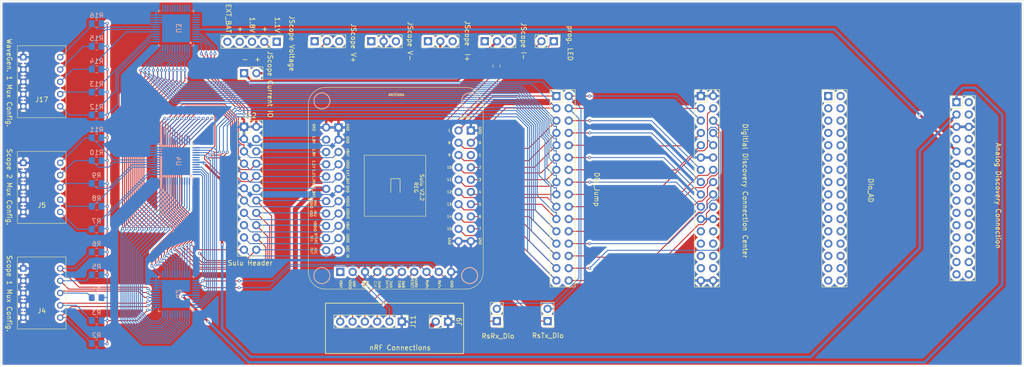
<source format=kicad_pcb>
(kicad_pcb (version 20240108) (generator "pcbnew") (generator_version "8.0")
  (layers (0 "F.Cu" signal "Front") (31 "B.Cu" signal "Back") (34 "B.Paste" user) (35 "F.Paste" user) (36 "B.SilkS" user "B.Silkscreen") (37 "F.SilkS" user "F.Silkscreen") (38 "B.Mask" user) (39 "F.Mask" user) (44 "Edge.Cuts" user))
  (net 0 "")
  (net 1 "Net-(J1-Pin_1)")
  (net 2 "Net-(J1-Pin_2)")
  (net 3 "AD_DC_Supply+")
  (net 4 "AD_Scope1+")
  (net 5 "AD_DIO_9")
  (net 6 "JS_V-")
  (net 7 "Trig1")
  (net 8 "AD_Scope2-")
  (net 9 "AD_DIO_3")
  (net 10 "AD_DIO_14")
  (net 11 "AD_DIO_0")
  (net 12 "Trig2")
  (net 13 "AD_DIO_10")
  (net 14 "AD_DC_Supply-")
  (net 15 "AD_Scope2+")
  (net 16 "AD_DIO_6")
  (net 17 "AD_DIO_7")
  (net 18 "AD_DIO_4")
  (net 19 "AD_WaveGen2")
  (net 20 "AD_DIO_2")
  (net 21 "AD_DIO_13")
  (net 22 "AD_WaveGen1")
  (net 23 "AD_DIO_15")
  (net 24 "AD_Scope1-")
  (net 25 "AD_DIO_1")
  (net 26 "AD_DIO_8")
  (net 27 "AD_DIO_11")
  (net 28 "AD_DIO_12")
  (net 29 "AD_DIO_5")
  (net 30 "DD_DIN_1")
  (net 31 "DD_DIN_22")
  (net 32 "DD_DIN_16")
  (net 33 "DD_DIN_19")
  (net 34 "DD_DIN_20")
  (net 35 "DD_DIN_14")
  (net 36 "DD_DIN_18")
  (net 37 "DD_DIN_3")
  (net 38 "DD_DIN_8")
  (net 39 "DD_DIN_17")
  (net 40 "DD_DIN_7")
  (net 41 "DD_DIN_10")
  (net 42 "DD_DIN_13")
  (net 43 "DD_DIN_15")
  (net 44 "DD_DIN_6")
  (net 45 "DD_DIN_4")
  (net 46 "DD_DIN_0")
  (net 47 "DD_DIN_9")
  (net 48 "DD_DIN_11")
  (net 49 "DD_DIN_12")
  (net 50 "DD_DIN_2")
  (net 51 "DD_DIN_21")
  (net 52 "DD_DIN_5")
  (net 53 "DD_DIN_23")
  (net 54 "JS_V+")
  (net 55 "JS_I+")
  (net 56 "JS_I-")
  (net 57 "+5V")
  (net 58 "Scope 1 Mux  1")
  (net 59 "Scope 1 Mux  13")
  (net 60 "Scope 1 Mux  3")
  (net 61 "Scope 1 Mux  5")
  (net 62 "Scope 1 Mux  10")
  (net 63 "Scope 1 Mux  15")
  (net 64 "Scope 1 Mux  11")
  (net 65 "Scope 1 Mux  6")
  (net 66 "Scope 1 Mux  2")
  (net 67 "Scope 1 Mux  8")
  (net 68 "Scope 1 Mux  9")
  (net 69 "Scope 1 Mux  4")
  (net 70 "Scope 1 Mux  14")
  (net 71 "Scope 1 Mux  12")
  (net 72 "Scope 1 Mux  7")
  (net 73 "Scope 1 Mux  16")
  (net 74 "Net-(J11-Pin_2)")
  (net 75 "Net-(J11-Pin_6)")
  (net 76 "Net-(J11-Pin_4)")
  (net 77 "Net-(J11-Pin_5)")
  (net 78 "Net-(J11-Pin_3)")
  (net 79 "Scope 1 Mux  27")
  (net 80 "Scope 1 Mux  28")
  (net 81 "Scope 1 Mux  21")
  (net 82 "Scope 1 Mux  29")
  (net 83 "Scope 1 Mux  25")
  (net 84 "Scope 1 Mux  17")
  (net 85 "Scope 1 Mux  23")
  (net 86 "Scope 1 Mux  18")
  (net 87 "Scope 1 Mux  24")
  (net 88 "Scope 1 Mux  19")
  (net 89 "Scope 1 Mux  22")
  (net 90 "Scope 1 Mux  20")
  (net 91 "Scope 1 Mux  26")
  (net 92 "Scope 1 Mux  31")
  (net 93 "Scope 1 Mux  30")
  (net 94 "Net-(U1-2_led)")
  (net 97 "Scope 1 Mux Control 0")
  (net 98 "Scope 1 Mux  32")
  (net 100 "Scope 1 Mux Control 2")
  (net 101 "Scope 1 Mux Control 3")
  (net 104 "Scope 1 Mux Control 1")
  (net 105 "Scope 1 Mux Control 4")
  (net 110 "WaveGen. Mux Control 3")
  (net 115 "WaveGen. Mux Control 4")
  (net 117 "WaveGen. Mux Control 1")
  (net 121 "WaveGen. Mux Control 0")
  (net 127 "WaveGen. Mux Control 2")
  (net 130 "Scope 2 Mux Control 2")
  (net 131 "Scope 2 Mux Control 4")
  (net 134 "Scope 2 Mux Control 0")
  (net 135 "Scope 2 Mux Control 1")
  (net 137 "Scope 2 Mux Control 3")
  (net 138 "Net-(J12-Pin_6)")
  (net 139 "Net-(J12-Pin_17)")
  (net 140 "Net-(J12-Pin_15)")
  (net 141 "Net-(J12-Pin_19)")
  (footprint "Connector_PinHeader_2.54mm:PinHeader_1x03_P2.54mm_Vertical" (layer "F.Cu") (at 129.6625 48.4 90)
    (property "Reference" "J18" (hide yes))
    (property "Value" "JScope  I+")
  )
  (footprint "Connector_PinHeader_2.54mm:PinHeader_1x02_P2.54mm_Vertical" (layer "F.Cu") (at 154.325 106.2 180)
    (property "Reference" "J14" (hide yes))
    (property "Value" "RsTx_Dio")
  )
  (footprint "Connector_PinHeader_2.54mm:PinHeader_1x05_P2.54mm_Vertical" (layer "F.Cu") (at 98.44 48.5 -90)
    (property "Reference" "J16" (hide yes))
    (property "Value" "JScope Voltage" (hide yes))
  )
  (footprint "Connector_PinHeader_2.54mm:PinHeader_1x03_P2.54mm_Vertical" (layer "F.Cu") (at 117.965 48.4 90)
    (property "Reference" "J7" (hide yes))
    (property "Value" "JScope V-")
  )
  (footprint "Connector_PinHeader_2.54mm:PinHeader_2x16_P2.54mm_Vertical" (layer "F.Cu") (at 156.15 59.7132)
    (property "Reference" "J10" (hide yes))
    (property "Value" "Dio_Jump")
  )
  (footprint "Imports:DIP8_208-5_CTS" (layer "F.Cu") (at 46.18025 73.5081)
    (property "Reference" "J5")
    (property "Value" "Scope 2 Mux Config.")
  )
  (footprint "Connector_PinHeader_2.54mm:PinHeader_2x16_P2.54mm_Vertical" (layer "F.Cu") (at 185.9425 59.7132)
    (property "Reference" "J3" (hide yes))
    (property "Value" "Digitial Discovery Connection Center")
  )
  (footprint "Connector_PinHeader_2.54mm:PinHeader_1x03_P2.54mm_Vertical" (layer "F.Cu") (at 141.36 48.4 90)
    (property "Reference" "J19" (hide yes))
    (property "Value" "JScope I-")
  )
  (footprint "Resistor_SMD:R_0805_2012Metric_Pad1.20x1.40mm_HandSolder" (layer "F.Cu") (at 143.8 53.5 -90)
    (property "Reference" "R1" (hide yes))
    (property "Value" "R_led")
  )
  (footprint "Connector_PinHeader_2.54mm:PinHeader_1x06_P2.54mm_Vertical" (layer "F.Cu") (at 124.2538 106.3 -90)
    (property "Reference" "J11")
    (property "Value" "nRF Connections")
  )
  (footprint "Connector_PinHeader_2.54mm:PinHeader_2x15_P2.54mm_Vertical" (layer "F.Cu") (at 238.675 60.9882)
    (property "Reference" "J2" (hide yes))
    (property "Value" "Analog Discovery Connection")
  )
  (footprint "Connector_PinHeader_2.54mm:PinHeader_1x02_P2.54mm_Vertical" (layer "F.Cu") (at 91.725 55 90)
    (property "Reference" "J8" (hide yes))
    (property "Value" "JScope Current IO")
  )
  (footprint "Connector_PinHeader_2.54mm:PinHeader_1x02_P2.54mm_Vertical" (layer "F.Cu") (at 133.8 106.3 -90)
    (property "Reference" "J9")
    (property "Value" "5V_in" (hide yes))
  )
  (footprint "Connector_PinHeader_2.54mm:PinHeader_1x02_P2.54mm_Vertical" (layer "F.Cu") (at 143.86 106.2 180)
    (property "Reference" "J15" (hide yes))
    (property "Value" "RsRx_Dio")
  )
  (footprint "Imports:DIP8_208-5_CTS" (layer "F.Cu") (at 46.18025 51.68915)
    (property "Reference" "J17")
    (property "Value" "WaveGen. 1 Mux Config.")
  )
  (footprint "Connector_PinHeader_2.54mm:PinHeader_1x03_P2.54mm_Vertical" (layer "F.Cu") (at 106.2675 48.4 90)
    (property "Reference" "J6" (hide yes))
    (property "Value" "JScope V+")
  )
  (footprint "Connector_PinHeader_2.54mm:PinHeader_1x02_P2.54mm_Vertical" (layer "F.Cu") (at 155.6075 48.4 -90)
    (property "Reference" "J1" (hide yes))
    (property "Value" "prog. LED")
  )
  (footprint "Connector_PinHeader_2.54mm:PinHeader_2x16_P2.54mm_Vertical" (layer "F.Cu") (at 212.2275 59.7132)
    (property "Reference" "J13" (hide yes))
    (property "Value" "Dio_AD")
  )
  (footprint "Dev_boards:SuLu_Foot" (layer "F.Cu") (at 122.9425 78.5912 -90)
    (property "Reference" "U1" (hide yes))
    (property "Value" "1" (hide yes))
  )
  (footprint "Imports:DIP8_208-5_CTS" (layer "F.Cu") (at 46.18025 95.32705)
    (property "Reference" "J4")
    (property "Value" "Scope 1 Mux Config.")
  )
  (footprint "Connector_PinHeader_2.54mm:PinHeader_2x11_P2.54mm_Vertical" (layer "F.Cu") (at 91.7025 66.0632)
    (property "Reference" "J12")
    (property "Value" "Sulu Header")
  )
  (footprint "3rdPrty_Footprints:SU_48_ADI" (layer "B.Cu") (at 77.7 45.7148 90)
    (property "Reference" "U3")
    (property "Value" "Wave Gen. Mux")
  )
  (footprint "Resistor_SMD:R_0805_2012Metric_Pad1.20x1.40mm_HandSolder" (layer "B.Cu") (at 61.3 110.804662 180)
    (property "Reference" "R2")
    (property "Value" "R_up")
  )
  (footprint "Resistor_SMD:R_0805_2012Metric_Pad1.20x1.40mm_HandSolder" (layer "B.Cu") (at 61.3 101.361806 180)
    (property "Reference" "R4")
    (property "Value" "R_up")
  )
  (footprint "Resistor_SMD:R_0805_2012Metric_Pad1.20x1.40mm_HandSolder" (layer "B.Cu") (at 61.3 63.61895 180)
    (property "Reference" "R12")
    (property "Value" "R_up")
  )
  (footprint "Resistor_SMD:R_0805_2012Metric_Pad1.20x1.40mm_HandSolder" (layer "B.Cu") (at 61.3 87.211802 180)
    (property "Reference" "R7")
    (property "Value" "R_up")
  )
  (footprint "Resistor_SMD:R_0805_2012Metric_Pad1.20x1.40mm_HandSolder" (layer "B.Cu") (at 61.3 54.176086 180)
    (property "Reference" "R14")
    (property "Value" "R_up")
  )
  (footprint "Resistor_SMD:R_0805_2012Metric_Pad1.20x1.40mm_HandSolder" (layer "B.Cu") (at 61.3 91.91895 180)
    (property "Reference" "R6")
    (property "Value" "R_up")
  )
  (footprint "Resistor_SMD:R_0805_2012Metric_Pad1.20x1.40mm_HandSolder" (layer "B.Cu") (at 61.3 44.73323 180)
    (property "Reference" "R16")
    (property "Value" "R_up")
  )
  (footprint "Resistor_SMD:R_0805_2012Metric_Pad1.20x1.40mm_HandSolder" (layer "B.Cu") (at 61.3 77.768946 180)
    (property "Reference" "R9")
    (property "Value" "R_up")
  )
  (footprint "3rdPrty_Footprints:SU_48_ADI" (layer "B.Cu") (at 77.7 100.6 90)
    (property "Reference" "U2")
    (property "Value" "Scope 1 Mux")
  )
  (footprint "Resistor_SMD:R_0805_2012Metric_Pad1.20x1.40mm_HandSolder" (layer "B.Cu") (at 61.3 58.897514 180)
    (property "Reference" "R13")
    (property "Value" "R_up")
  )
  (footprint "Resistor_SMD:R_0805_2012Metric_Pad1.20x1.40mm_HandSolder" (layer "B.Cu") (at 61.3 106.083234 180)
    (property "Reference" "R3")
    (property "Value" "R_up")
  )
  (footprint "3rdPrty_Footprints:SU_48_ADI" (layer "B.Cu") (at 77.7 73.1574 90)
    (property "Reference" "U4")
    (property "Value" "Scope 2 Mux")
  )
  (footprint "Resistor_SMD:R_0805_2012Metric_Pad1.20x1.40mm_HandSolder" (layer "B.Cu") (at 61.3 96.640378 180)
    (property "Reference" "R5")
    (property "Value" "R_up")
  )
  (footprint "Resistor_SMD:R_0805_2012Metric_Pad1.20x1.40mm_HandSolder" (layer "B.Cu") (at 61.3 82.490374 180)
    (property "Reference" "R8")
    (property "Value" "R_up")
  )
  (footprint "Resistor_SMD:R_0805_2012Metric_Pad1.20x1.40mm_HandSolder" (layer "B.Cu") (at 61.3 73.047518 180)
    (property "Reference" "R10")
    (property "Value" "R_up")
  )
  (footprint "Resistor_SMD:R_0805_2012Metric_Pad1.20x1.40mm_HandSolder" (layer "B.Cu") (at 61.3 49.454658 180)
    (property "Reference" "R15")
    (property "Value" "R_up")
  )
  (footprint "Resistor_SMD:R_0805_2012Metric_Pad1.20x1.40mm_HandSolder" (layer "B.Cu") (at 61.3 68.32609 180)
    (property "Reference" "R11")
    (property "Value" "R_up")
  )
  (gr_rect (start 108.5 102.5) (end 137 112.9) (stroke (width 0.1524)) (fill none) (layer "F.SilkS"))
  (gr_rect (start 41.4 39.9) (end 252.6 115.7) (stroke (width 0.05)) (fill none) (layer "Edge.Cuts"))
  (gr_text "+" (at 93.8 52.7 0) (layer "F.SilkS") (effects (font (size 1 1) (thickness 0.1524) (bold yes)) (justify left bottom)))
  (gr_text "+" (at 91.62 45.4 180) (layer "F.SilkS") (effects (font (size 1 1) (thickness 0.1524) (bold yes)) (justify left bottom)))
  (gr_text "-" (at 91.2 52.7 0) (layer "F.SilkS") (effects (font (size 1 1) (thickness 0.1524) (bold yes)) (justify left bottom)))
  (gr_text "1.1V" (at 98.6 45 -90) (layer "F.SilkS") (effects (font (size 1 1))))
  (gr_text "1.8V" (at 93.4 45 -90) (layer "F.SilkS") (effects (font (size 1 1))))
  (gr_text "JScope Voltage" (at 101 43 270) (layer "F.SilkS") (effects (font (size 1 1) (thickness 0.1524) (bold yes)) (justify left bottom)))
  (gr_text "+" (at 96.72 45.4 180) (layer "F.SilkS") (effects (font (size 1 1) (thickness 0.1524) (bold yes)) (justify left bottom)))
  (gr_text "EXT_BAT" (at 88.5 43.7 -90) (layer "F.SilkS") (effects (font (size 1 1))))
  (segment (start 150.0075 54) (end 155.6075 48.4) (width 0.2) (layer "F.Cu") (net 1))
  (segment (start 132.1 68.4) (end 146.5 54) (width 0.2) (layer "F.Cu") (net 1))
  (segment (start 146.5 54) (end 150.0075 54) (width 0.2) (layer "F.Cu") (net 1))
  (segment (start 122.9425 79.6662) (end 132.1 70.5087) (width 0.2) (layer "F.Cu") (net 1))
  (segment (start 132.1 70.5087) (end 132.1 68.4) (width 0.2) (layer "F.Cu") (net 1))
  (segment (start 153.0675 48.4) (end 148.9675 52.5) (width 0.2) (layer "F.Cu") (net 2))
  (segment (start 148.9675 52.5) (end 143.8 52.5) (width 0.2) (layer "F.Cu") (net 2))
  (segment (start 79.1 101.1) (end 84.3 106.3) (width 0.5) (layer "F.Cu") (net 4))
  (via (at 79.1 101.1) (size 0.6) (drill 0.3) (layers "F.Cu" "B.Cu") (net 4))
  (via (at 84.3 106.3) (size 0.6) (drill 0.3) (layers "F.Cu" "B.Cu") (net 4))
  (segment (start 81.8148 100.85) (end 79.35 100.85) (width 0.3) (layer "B.Cu") (net 4))
  (segment (start 248.1 63.5) (end 242.6 58) (width 0.5) (layer "B.Cu") (net 4))
  (segment (start 240 58) (end 238.675 59.325) (width 0.5) (layer "B.Cu") (net 4))
  (segment (start 232.1 114.7) (end 248.1 98.7) (width 0.5) (layer "B.Cu") (net 4))
  (segment (start 242.6 58) (end 240 58) (width 0.5) (layer "B.Cu") (net 4))
  (segment (start 81.8148 100.85) (end 82.65 100.85) (width 0.2) (layer "B.Cu") (net 4))
  (segment (start 79.35 100.85) (end 79.1 101.1) (width 0.5) (layer "B.Cu") (net 4))
  (segment (start 238.675 59.325) (end 238.675 60.9882) (width 0.5) (layer "B.Cu") (net 4))
  (segment (start 92.7 114.7) (end 232.1 114.7) (width 0.5) (layer "B.Cu") (net 4))
  (segment (start 248.1 98.7) (end 248.1 63.5) (width 0.5) (layer "B.Cu") (net 4))
  (segment (start 92.7 114.7) (end 84.3 106.3) (width 0.5) (layer "B.Cu") (net 4))
  (segment (start 91.7025 68.6032) (end 92.9795 69.8802) (width 0.2) (layer "B.Cu") (net 6))
  (segment (start 91.7025 78.7632) (end 92.9795 80.0402) (width 0.2) (layer "B.Cu") (net 6))
  (segment (start 72.464799 44.964799) (end 72 44.5) (width 0.2) (layer "B.Cu") (net 6))
  (segment (start 124.2538 106.3) (end 124.2538 103.6305) (width 0.2) (layer "B.Cu") (net 6))
  (segment (start 92.9795 69.8802) (end 110.0475 69.8802) (width 0.2) (layer "B.Cu") (net 6))
  (segment (start 124.2538 103.6305) (end 116.6585 96.0352) (width 0.2) (layer "B.Cu") (net 6))
  (segment (start 111.1975 66.1902) (end 108.6575 66.1902) (width 0.2) (layer "B.Cu") (net 6))
  (segment (start 110.0475 80.0402) (end 111.1975 78.8902) (width 0.2) (layer "B.Cu") (net 6))
  (segment (start 92.9795 80.0402) (end 110.0475 80.0402) (width 0.2) (layer "B.Cu") (net 6))
  (segment (start 135.9625 89.6852) (end 138.5025 89.6852) (width 0.2) (layer "B.Cu") (net 6))
  (segment (start 91.7025 66.0632) (end 94.2425 66.0632) (width 0.2) (layer "B.Cu") (net 6))
  (segment (start 111.1975 68.7302) (end 111.1975 66.1902) (width 0.2) (layer "B.Cu") (net 6))
  (segment (start 110.0475 69.8802) (end 111.1975 68.7302) (width 0.2) (layer "B.Cu") (net 6))
  (segment (start 73.5852 44.964799) (end 72.464799 44.964799) (width 0.2) (layer "B.Cu") (net 6))
  (segment (start 83.6 73.7) (end 87.2 77.3) (width 0.5) (layer "F.Cu") (net 15))
  (segment (start 87.2 77.3) (end 87.2 90.4) (width 0.5) (layer "F.Cu") (net 15))
  (via (at 87.2 90.4) (size 0.6) (drill 0.3) (layers "F.Cu" "B.Cu") (net 15))
  (via (at 83.6 73.7) (size 0.6) (drill 0.3) (layers "F.Cu" "B.Cu") (net 15))
  (segment (start 231.1 91.1) (end 231.1 71.1032) (width 0.5) (layer "B.Cu") (net 15))
  (segment (start 231.1 71.1032) (end 238.675 63.5282) (width 0.5) (layer "B.Cu") (net 15))
  (segment (start 208.6 113.6) (end 231.1 91.1) (width 0.5) (layer "B.Cu") (net 15))
  (segment (start 87.2 107.7) (end 93.1 113.6) (width 0.5) (layer "B.Cu") (net 15))
  (segment (start 93.1 113.6) (end 208.6 113.6) (width 0.5) (layer "B.Cu") (net 15))
  (segment (start 87.2 90.4) (end 87.2 107.7) (width 0.5) (layer "B.Cu") (net 15))
  (segment (start 83.3074 73.4074) (end 83.6 73.7) (width 0.5) (layer "B.Cu") (net 15))
  (segment (start 81.8148 73.4074) (end 83.3074 73.4074) (width 0.3) (layer "B.Cu") (net 15))
  (segment (start 81.8074 73.4) (end 81.8148 73.4074) (width 0.2) (layer "B.Cu") (net 15))
  (segment (start 231.1 63.6) (end 231.1268 63.6) (width 0.3) (layer "F.Cu") (net 22))
  (segment (start 231.1268 63.6) (end 238.675 71.1482) (width 0.5) (layer "F.Cu") (net 22))
  (via (at 231.1 63.6) (size 0.6) (drill 0.3) (layers "F.Cu" "B.Cu") (net 22))
  (segment (start 213.4648 45.9648) (end 83.8 45.9648) (width 0.5) (layer "B.Cu") (net 22))
  (segment (start 83.8 45.9648) (end 81.8148 45.9648) (width 0.3) (layer "B.Cu") (net 22))
  (segment (start 231.1 63.6) (end 213.4648 45.9648) (width 0.5) (layer "B.Cu") (net 22))
  (segment (start 158.69 59.7132) (end 163 59.7132) (width 0.2) (layer "F.Cu") (net 30))
  (via (at 163 59.7132) (size 0.6) (drill 0.3) (layers "F.Cu" "B.Cu") (net 30))
  (segment (start 161.2 62.2232) (end 158.69 59.7132) (width 0.2) (layer "B.Cu") (net 30))
  (segment (start 161.2 97.987081) (end 161.2 62.2232) (width 0.2) (layer "B.Cu") (net 30))
  (segment (start 154.325 103.66) (end 155.527081 103.66) (width 0.2) (layer "B.Cu") (net 30))
  (segment (start 180.8625 59.7132) (end 185.9425 64.7932) (width 0.2) (layer "B.Cu") (net 30))
  (segment (start 163 59.7132) (end 180.8625 59.7132) (width 0.2) (layer "B.Cu") (net 30))
  (segment (start 155.527081 103.66) (end 161.2 97.987081) (width 0.2) (layer "B.Cu") (net 30))
  (segment (start 162.7332 92.7332) (end 163 93) (width 0.2) (layer "F.Cu") (net 35))
  (segment (start 186.418846 83.7232) (end 187.2 82.942046) (width 0.2) (layer "F.Cu") (net 35))
  (segment (start 176.189354 93) (end 185.466154 83.7232) (width 0.2) (layer "F.Cu") (net 35))
  (segment (start 187.2 81.3157) (end 188.4825 80.0332) (width 0.2) (layer "F.Cu") (net 35))
  (segment (start 158.69 92.7332) (end 162.7332 92.7332) (width 0.2) (layer "F.Cu") (net 35))
  (segment (start 185.466154 83.7232) (end 186.418846 83.7232) (width 0.2) (layer "F.Cu") (net 35))
  (segment (start 163 93) (end 176.189354 93) (width 0.2) (layer "F.Cu") (net 35))
  (segment (start 187.2 82.942046) (end 187.2 81.3157) (width 0.2) (layer "F.Cu") (net 35))
  (segment (start 162.9532 74.9532) (end 163 75) (width 0.2) (layer "F.Cu") (net 37))
  (segment (start 158.69 74.9532) (end 162.9532 74.9532) (width 0.2) (layer "F.Cu") (net 37))
  (segment (start 180.8157 75) (end 185.9425 69.8732) (width 0.2) (layer "F.Cu") (net 37))
  (segment (start 163 75) (end 180.8157 75) (width 0.2) (layer "F.Cu") (net 37))
  (segment (start 158.69 64.7932) (end 163 64.7932) (width 0.2) (layer "F.Cu") (net 38))
  (via (at 163 64.7932) (size 0.6) (drill 0.3) (layers "F.Cu" "B.Cu") (net 38))
  (segment (start 163 64.7932) (end 175.7825 64.7932) (width 0.2) (layer "B.Cu") (net 38))
  (segment (start 175.7825 64.7932) (end 185.9425 74.9532) (width 0.2) (layer "B.Cu") (net 38))
  (segment (start 158.69 95.2732) (end 163 95.2732) (width 0.2) (layer "F.Cu") (net 40))
  (via (at 163 95.2732) (size 0.6) (drill 0.3) (layers "F.Cu" "B.Cu") (net 40))
  (segment (start 188.958846 66.1832) (end 188.006154 66.1832) (width 0.2) (layer "B.Cu") (net 40))
  (segment (start 187.3325 68.7232) (end 188.4825 69.8732) (width 0.2) (layer "B.Cu") (net 40))
  (segment (start 190.0325 90.6675) (end 190.0325 67.256854) (width 0.2) (layer "B.Cu") (net 40))
  (segment (start 190.0325 67.256854) (end 188.958846 66.1832) (width 0.2) (layer "B.Cu") (net 40))
  (segment (start 166.69 91.5832) (end 189.1168 91.5832) (width 0.2) (layer "B.Cu") (net 40))
  (segment (start 163 95.2732) (end 166.69 91.5832) (width 0.2) (layer "B.Cu") (net 40))
  (segment (start 188.006154 66.1832) (end 187.3325 66.856854) (width 0.2) (layer "B.Cu") (net 40))
  (segment (start 187.3325 66.856854) (end 187.3325 68.7232) (width 0.2) (layer "B.Cu") (net 40))
  (segment (start 189.1168 91.5832) (end 190.0325 90.6675) (width 0.2) (layer "B.Cu") (net 40))
  (segment (start 158.69 72.4132) (end 163 72.4132) (width 0.2) (layer "F.Cu") (net 41))
  (via (at 163 72.4132) (size 0.6) (drill 0.3) (layers "F.Cu" "B.Cu") (net 41))
  (segment (start 163 72.4132) (end 178.3225 72.4132) (width 0.2) (layer "B.Cu") (net 41))
  (segment (start 178.3225 72.4132) (end 185.9425 80.0332) (width 0.2) (layer "B.Cu") (net 41))
  (segment (start 187.313866 80.28818) (end 187.313866 78.661834) (width 0.2) (layer "F.Cu") (net 42))
  (segment (start 179.236154 87.6532) (end 185.466154 81.4232) (width 0.2) (layer "F.Cu") (net 42))
  (segment (start 186.178846 81.4232) (end 187.313866 80.28818) (width 0.2) (layer "F.Cu") (net 42))
  (segment (start 187.313866 78.661834) (end 188.4825 77.4932) (width 0.2) (layer "F.Cu") (net 42))
  (segment (start 158.69 87.6532) (end 163 87.6532) (width 0.2) (layer "F.Cu") (net 42))
  (segment (start 163 87.6532) (end 179.236154 87.6532) (width 0.2) (layer "F.Cu") (net 42))
  (segment (start 185.466154 81.4232) (end 186.178846 81.4232) (width 0.2) (layer "F.Cu") (net 42))
  (segment (start 186.418846 86.2632) (end 187.0925 85.589546) (width 0.2) (layer "F.Cu") (net 43))
  (segment (start 173.729354 98) (end 185.466154 86.2632) (width 0.2) (layer "F.Cu") (net 43))
  (segment (start 162.8132 97.8132) (end 163 98) (width 0.2) (layer "F.Cu") (net 43))
  (segment (start 185.466154 86.2632) (end 186.418846 86.2632) (width 0.2) (layer "F.Cu") (net 43))
  (segment (start 187.0925 83.9632) (end 188.4825 82.5732) (width 0.2) (layer "F.Cu") (net 43))
  (segment (start 187.0925 85.589546) (end 187.0925 83.9632) (width 0.2) (layer "F.Cu") (net 43))
  (segment (start 163 98) (end 173.729354 98) (width 0.2) (layer "F.Cu") (net 43))
  (segment (start 158.69 97.8132) (end 162.8132 97.8132) (width 0.2) (layer "F.Cu") (net 43))
  (segment (start 158.69 90.1932) (end 163 90.1932) (width 0.2) (layer "F.Cu") (net 44))
  (via (at 163 90.1932) (size 0.6) (drill 0.3) (layers "F.Cu" "B.Cu") (net 44))
  (segment (start 188.229354 81.2) (end 188.942046 81.2) (width 0.2) (layer "B.Cu") (net 44))
  (segment (start 189.6325 68.4832) (end 188.4825 67.3332) (width 0.2) (layer "B.Cu") (net 44))
  (segment (start 185.466154 83.9632) (end 186.178846 83.9632) (width 0.2) (layer "B.Cu") (net 44))
  (segment (start 163 90.1932) (end 179.236154 90.1932) (width 0.2) (layer "B.Cu") (net 44))
  (segment (start 188.942046 81.2) (end 189.6325 80.509546) (width 0.2) (layer "B.Cu") (net 44))
  (segment (start 179.236154 90.1932) (end 185.466154 83.9632) (width 0.2) (layer "B.Cu") (net 44))
  (segment (start 187.3325 82.809546) (end 187.3325 82.096854) (width 0.2) (layer "B.Cu") (net 44))
  (segment (start 189.6325 80.509546) (end 189.6325 68.4832) (width 0.2) (layer "B.Cu") (net 44))
  (segment (start 186.178846 83.9632) (end 187.3325 82.809546) (width 0.2) (layer "B.Cu") (net 44))
  (segment (start 187.3325 82.096854) (end 188.229354 81.2) (width 0.2) (layer "B.Cu") (net 44))
  (segment (start 187.3 70.3) (end 187.3 63.4357) (width 0.2) (layer "F.Cu") (net 45))
  (segment (start 176.348186 80.0332) (end 185.358186 71.0232) (width 0.2) (layer "F.Cu") (net 45))
  (segment (start 185.358186 71.0232) (end 186.5768 71.0232) (width 0.2) (layer "F.Cu") (net 45))
  (segment (start 158.69 80.0332) (end 163 80.0332) (width 0.2) (layer "F.Cu") (net 45))
  (segment (start 186.5768 71.0232) (end 187.3 70.3) (width 0.2) (layer "F.Cu") (net 45))
  (segment (start 187.3 63.4357) (end 188.4825 62.2532) (width 0.2) (layer "F.Cu") (net 45))
  (segment (start 163 80.0332) (end 176.348186 80.0332) (width 0.2) (layer "F.Cu") (net 45))
  (segment (start 158.69 62.2532) (end 163 62.2532) (width 0.2) (layer "F.Cu") (net 46))
  (segment (start 163 62.2532) (end 185.9425 62.2532) (width 0.2) (layer "F.Cu") (net 46))
  (segment (start 160.8 97.329546) (end 160.8 64.3632) (width 0.2) (layer "B.Cu") (net 46))
  (segment (start 155.619546 102.51) (end 160.8 97.329546) (width 0.2) (layer "B.Cu") (net 46))
  (segment (start 143.86 103.66) (end 145.01 102.51) (width 0.2) (layer "B.Cu") (net 46))
  (segment (start 145.01 102.51) (end 155.619546 102.51) (width 0.2) (layer "B.Cu") (net 46))
  (segment (start 160.8 64.3632) (end 158.69 62.2532) (width 0.2) (layer "B.Cu") (net 46))
  (segment (start 158.69 67.3332) (end 163 67.3332) (width 0.2) (layer "F.Cu") (net 47))
  (via (at 163 67.3332) (size 0.6) (drill 0.3) (layers "F.Cu" "B.Cu") (net 47))
  (segment (start 175.7825 67.3332) (end 185.9425 77.4932) (width 0.2) (layer "B.Cu") (net 47))
  (segment (start 163 67.3332) (end 175.7825 67.3332) (width 0.2) (layer "B.Cu") (net 47))
  (segment (start 158.69 77.4932) (end 163 77.4932) (width 0.2) (layer "F.Cu") (net 48))
  (via (at 163 77.4932) (size 0.6) (drill 0.3) (layers "F.Cu" "B.Cu") (net 48))
  (segment (start 180.8625 77.4932) (end 185.9425 82.5732) (width 0.2) (layer "B.Cu") (net 48))
  (segment (start 163 77.4932) (end 180.8625 77.4932) (width 0.2) (layer "B.Cu") (net 48))
  (segment (start 163 82.5732) (end 178.996154 82.5732) (width 0.2) (layer "F.Cu") (net 49))
  (segment (start 158.69 82.5732) (end 163 82.5732) (width 0.2) (layer "F.Cu") (net 49))
  (segment (start 187.3325 76.1032) (end 188.4825 74.9532) (width 0.2) (layer "F.Cu") (net 49))
  (segment (start 185.466154 76.1032) (end 187.3325 76.1032) (width 0.2) (layer "F.Cu") (net 49))
  (segment (start 178.996154 82.5732) (end 185.466154 76.1032) (width 0.2) (layer "F.Cu") (net 49))
  (segment (start 183.2757 70) (end 185.9425 67.3332) (width 0.2) (layer "F.Cu") (net 50))
  (segment (start 162.8732 69.8732) (end 163 70) (width 0.2) (layer "F.Cu") (net 50))
  (segment (start 158.69 69.8732) (end 162.8732 69.8732) (width 0.2) (layer "F.Cu") (net 50))
  (segment (start 163 70) (end 183.2757 70) (width 0.2) (layer "F.Cu") (net 50))
  (segment (start 188.1 76.2) (end 188.9 76.2) (width 0.2) (layer "F.Cu") (net 52))
  (segment (start 179.1368 83.9632) (end 184.4568 78.6432) (width 0.2) (layer "F.Cu") (net 52))
  (segment (start 184.4568 78.6432) (end 186.418846 78.6432) (width 0.2) (layer "F.Cu") (net 52))
  (segment (start 164.15 83.9632) (end 179.1368 83.9632) (width 0.2) (layer "F.Cu") (net 52))
  (segment (start 158.69 85.1132) (end 163 85.1132) (width 0.2) (layer "F.Cu") (net 52))
  (segment (start 187.3325 76.9675) (end 188.1 76.2) (width 0.2) (layer "F.Cu") (net 52))
  (segment (start 189.6325 65.9432) (end 188.4825 64.7932) (width 0.2) (layer "F.Cu") (net 52))
  (segment (start 186.418846 78.6432) (end 187.3325 77.729546) (width 0.2) (layer "F.Cu") (net 52))
  (segment (start 163 85.1132) (end 164.15 83.9632) (width 0.2) (layer "F.Cu") (net 52))
  (segment (start 187.3325 77.729546) (end 187.3325 76.9675) (width 0.2) (layer "F.Cu") (net 52))
  (segment (start 188.9 76.2) (end 189.6325 75.4675) (width 0.2) (layer "F.Cu") (net 52))
  (segment (start 189.6325 75.4675) (end 189.6325 65.9432) (width 0.2) (layer "F.Cu") (net 52))
  (segment (start 107.0075 50.2) (end 97.6 50.2) (width 0.2) (layer "F.Cu") (net 54))
  (segment (start 97.6 50.2) (end 95.9 48.5) (width 0.2) (layer "F.Cu") (net 54))
  (segment (start 108.8075 48.4) (end 107.0075 50.2) (width 0.2) (layer "F.Cu") (net 54))
  (segment (start 128.1 55) (end 94.265 55) (width 0.5) (layer "F.Cu") (net 55))
  (segment (start 132.2025 48.4) (end 132.2025 50.8975) (width 0.5) (layer "F.Cu") (net 55))
  (segment (start 132.2025 50.8975) (end 128.1 55) (width 0.5) (layer "F.Cu") (net 55))
  (segment (start 91.725 55) (end 93.225 56.5) (width 0.5) (layer "F.Cu") (net 56))
  (segment (start 93.225 56.5) (end 135.8 56.5) (width 0.5) (layer "F.Cu") (net 56))
  (segment (start 135.8 56.5) (end 143.9 48.4) (width 0.5) (layer "F.Cu") (net 56))
  (segment (start 63.5 68.3) (end 63.5 73) (width 0.2) (layer "F.Cu") (net 57))
  (segment (start 106.5098 78.8902) (end 108.6575 78.8902) (width 1) (layer "F.Cu") (net 57))
  (segment (start 63.5 91.9) (end 63.5 87.1) (width 0.2) (layer "F.Cu") (net 57))
  (segment (start 127.86 109.7) (end 109.1 109.7) (width 1) (layer "F.Cu") (net 57))
  (segment (start 63.5 58.9) (end 63.5 63.6) (width 0.2) (layer "F.Cu") (net 57))
  (segment (start 131.26 106.3) (end 127.86 109.7) (width 1) (layer "F.Cu") (net 57))
  (segment (start 63.5 106.1) (end 63.5 110.9) (width 0.2) (layer "F.Cu") (net 57))
  (segment (start 102.3 102.9) (end 102.3 83.1) (width 1) (layer "F.Cu") (net 57))
  (segment (start 63.5 87.1) (end 63.5 82.5) (width 0.2) (layer "F.Cu") (net 57))
  (segment (start 63.5 49.4) (end 63.5 54.2) (width 0.2) (layer "F.Cu") (net 57))
  (segment (start 63.5 106.1) (end 69.6574 106.1) (width 0.2) (layer "F.Cu") (net 57))
  (segment (start 63.5 44.7) (end 63.5 49.4) (width 0.2) (layer "F.Cu") (net 57))
  (segment (start 63.5 54.2) (end 63.5 58.9) (width 0.2) (layer "F.Cu") (net 57))
  (segment (start 102.3 83.1) (end 106.5098 78.8902) (width 1) (layer "F.Cu") (net 57))
  (segment (start 63.5 96.6) (end 63.5 91.9) (width 0.2) (layer "F.Cu") (net 57))
  (segment (start 63.5 63.6) (end 63.5 68.3) (width 0.2) (layer "F.Cu") (net 57))
  (segment (start 63.5 77.8) (end 63.5 82.5) (width 0.2) (layer "F.Cu") (net 57))
  (segment (start 69.6574 106.1) (end 71.85 103.9074) (width 0.2) (layer "F.Cu") (net 57))
  (segment (start 109.1 109.7) (end 102.3 102.9) (width 1) (layer "F.Cu") (net 57))
  (segment (start 63.5 73) (end 63.5 77.8) (width 0.2) (layer "F.Cu") (net 57))
  (via (at 71.85 103.9074) (size 0.6) (drill 0.3) (layers "F.Cu" "B.Cu") (net 57))
  (via (at 63.5 82.5) (size 0.6) (drill 0.3) (layers "F.Cu" "B.Cu") (net 57))
  (via (at 63.5 106.1) (size 0.6) (drill 0.3) (layers "F.Cu" "B.Cu") (net 57))
  (via (at 63.5 96.6) (size 0.6) (drill 0.3) (layers "F.Cu" "B.Cu") (net 57))
  (via (at 63.5 91.9) (size 0.6) (drill 0.3) (layers "F.Cu" "B.Cu") (net 57))
  (via (at 63.5 54.2) (size 0.6) (drill 0.3) (layers "F.Cu" "B.Cu") (net 57))
  (via (at 63.5 63.6) (size 0.6) (drill 0.3) (layers "F.Cu" "B.Cu") (net 57))
  (via (at 63.5 73) (size 0.6) (drill 0.3) (layers "F.Cu" "B.Cu") (net 57))
  (via (at 63.5 87.1) (size 0.6) (drill 0.3) (layers "F.Cu" "B.Cu") (net 57))
  (via (at 63.5 44.7) (size 0.6) (drill 0.3) (layers "F.Cu" "B.Cu") (net 57))
  (via (at 63.5 68.3) (size 0.6) (drill 0.3) (layers "F.Cu" "B.Cu") (net 57))
  (via (at 63.5 49.4) (size 0.6) (drill 0.3) (layers "F.Cu" "B.Cu") (net 57))
  (via (at 63.5 110.9) (size 0.6) (drill 0.3) (layers "F.Cu" "B.Cu") (net 57))
  (via (at 63.5 77.8) (size 0.6) (drill 0.3) (layers "F.Cu" "B.Cu") (net 57))
  (via (at 63.5 58.9) (size 0.6) (drill 0.3) (layers "F.Cu" "B.Cu") (net 57))
  (segment (start 63.5 91.9) (end 62.31895 91.9) (width 0.2) (layer "B.Cu") (net 57))
  (segment (start 63.5 63.6) (end 65.7 61.4) (width 0.2) (layer "B.Cu") (net 57))
  (segment (start 63.5 63.6) (end 62.31895 63.6) (width 0.2) (layer "B.Cu") (net 57))
  (segment (start 63.5 54.2) (end 62.323914 54.2) (width 0.2) (layer "B.Cu") (net 57))
  (segment (start 63.5 44.7) (end 62.33323 44.7) (width 0.2) (layer "B.Cu") (net 57))
  (segment (start 62.331054 77.8) (end 62.3 77.768946) (width 0.2) (layer "B.Cu") (net 57))
  (segment (start 94.2425 78.7632) (end 108.5305 78.7632) (width 0.2) (layer "B.Cu") (net 57))
  (segment (start 63.5 77.8) (end 62.331054 77.8) (width 0.2) (layer "B.Cu") (net 57))
  (segment (start 63.5 87.1) (end 62.411802 87.1) (width 0.2) (layer "B.Cu") (net 57))
  (segment (start 73.5852 102.850001) (end 73.5852 103.35) (width 0.2) (layer "B.Cu") (net 57))
  (segment (start 62.323914 54.2) (end 62.3 54.176086) (width 0.2) (layer "B.Cu") (net 57))
  (segment (start 63.5 68.3) (end 62.32609 68.3) (width 0.2) (layer "B.Cu") (net 57))
  (segment (start 63.5 106.1) (end 63.5 101.3) (width 0.2) (layer "B.Cu") (net 57))
  (segment (start 63.5 82.5) (end 62.309626 82.5) (width 0.2) (layer "B.Cu") (net 57))
  (segment (start 62.31895 63.6) (end 62.3 63.61895) (width 0.2) (layer "B.Cu") (net 57))
  (segment (start 63.5 58.9) (end 62.302486 58.9) (width 0.2) (layer "B.Cu") (net 57))
  (segment (start 63.5 84.577488) (end 63.5 87.1) (width 0.2) (layer "B.Cu") (net 57))
  (segment (start 63.5 101.3) (end 62.361806 101.3) (width 0.2) (layer "B.Cu") (net 57))
  (segment (start 62.354658 49.4) (end 62.3 49.454658) (width 0.2) (layer "B.Cu") (net 57))
  (segment (start 72.3352 48.4648) (end 73.5852 48.4648) (width 0.2) (layer "B.Cu") (net 57))
  (segment (start 62.32609 68.3) (end 62.3 68.32609) (width 0.2) (layer "B.Cu") (net 57))
  (segment (start 62.33323 44.7) (end 62.3 44.73323) (width 0.2) (layer "B.Cu") (net 57))
  (segment (start 63.5 96.6) (end 62.340378 96.6) (width 0.2) (layer "B.Cu") (net 57))
  (segment (start 63.5 49.4) (end 62.354658 49.4) (width 0.2) (layer "B.Cu") (net 57))
  (segment (start 73.5852 103.35) (end 73.0278 103.9074) (width 0.2) (layer "B.Cu") (net 57))
  (segment (start 73.5852 75.9074) (end 72.170088 75.9074) (width 0.2) (layer "B.Cu") (net 57))
  (segment (start 62.309626 82.5) (end 62.3 82.490374) (width 0.2) (layer "B.Cu") (net 57))
  (segment (start 62.31895 91.9) (end 62.3 91.91895) (width 0.2) (layer "B.Cu") (net 57))
  (segment (start 62.361806 101.3) (end 62.3 101.361806) (width 0.2) (layer "B.Cu") (net 57))
  (segment (start 108.5305 78.7632) (end 108.6575 78.8902) (width 0.2) (layer "B.Cu") (net 57))
  (segment (start 63.5 96.6) (end 63.5 101.3) (width 0.2) (layer "B.Cu") (net 57))
  (segment (start 63.5 106.1) (end 62.316766 106.1) (width 0.2) (layer "B.Cu") (net 57))
  (segment (start 62.395338 110.9) (end 62.3 110.804662) (width 0.2) (layer "B.Cu") (net 57))
  (segment (start 62.411802 87.1) (end 62.3 87.211802) (width 0.2) (layer "B.Cu") (net 57))
  (segment (start 65.7 55.1) (end 72.3352 48.4648) (width 0.2) (layer "B.Cu") (net 57))
  (segment (start 65.7 61.4) (end 65.7 55.1) (width 0.2) (layer "B.Cu") (net 57))
  (segment (start 63.5 73) (end 62.347518 73) (width 0.2) (layer "B.Cu") (net 57))
  (segment (start 73.0278 103.9074) (end 71.85 103.9074) (width 0.2) (layer "B.Cu") (net 57))
  (segment (start 62.316766 106.1) (end 62.3 106.083234) (width 0.2) (layer "B.Cu") (net 57))
  (segment (start 62.347518 73) (end 62.3 73.047518) (width 0.2) (layer "B.Cu") (net 57))
  (segment (start 62.340378 96.6) (end 62.3 96.640378) (width 0.2) (layer "B.Cu") (net 57))
  (segment (start 62.302486 58.9) (end 62.3 58.897514) (width 0.2) (layer "B.Cu") (net 57))
  (segment (start 72.170088 75.9074) (end 63.5 84.577488) (width 0.2) (layer "B.Cu") (net 57))
  (segment (start 63.5 110.9) (end 62.395338 110.9) (width 0.2) (layer "B.Cu") (net 57))
  (segment (start 71.05 65.0074) (end 71.05 81.7074) (width 0.2) (layer "F.Cu") (net 58))
  (segment (start 143.0745 59.7132) (end 135.9625 66.8252) (width 0.2) (layer "F.Cu") (net 58))
  (segment (start 79.500003 56.557397) (end 71.05 65.0074) (width 0.2) (layer "F.Cu") (net 58))
  (segment (start 79.500003 54.4) (end 79.500003 56.557397) (width 0.2) (layer "F.Cu") (net 58))
  (segment (start 71.05 81.7074) (end 76.5 87.1574) (width 0.2) (layer "F.Cu") (net 58))
  (segment (start 156.15 59.7132) (end 143.0745 59.7132) (width 0.2) (layer "F.Cu") (net 58))
  (via (at 79.500003 54.4) (size 0.6) (drill 0.3) (layers "F.Cu" "B.Cu") (net 58))
  (via (at 76.5 87.1574) (size 0.6) (drill 0.3) (layers "F.Cu" "B.Cu") (net 58))
  (segment (start 80.45 83.2074) (end 80.45 77.2722) (width 0.2) (layer "B.Cu") (net 58))
  (segment (start 79.500003 55.700003) (end 80.6 56.8) (width 0.2) (layer "B.Cu") (net 58))
  (segment (start 74.95 105.3074) (end 74.05 106.2074) (width 0.2) (layer "B.Cu") (net 58))
  (segment (start 74.95 104.7148) (end 74.95 105.3074) (width 0.2) (layer "B.Cu") (net 58))
  (segment (start 79.500003 54.4) (end 79.5 54.399997) (width 0.2) (layer "B.Cu") (net 58))
  (segment (start 74.05 106.2074) (end 72.65 106.2074) (width 0.2) (layer "B.Cu") (net 58))
  (segment (start 79.500003 54.4) (end 79.500003 55.700003) (width 0.2) (layer "B.Cu") (net 58))
  (segment (start 70.75 104.3074) (end 70.75 92.9074) (width 0.2) (layer "B.Cu") (net 58))
  (segment (start 76.5 87.1574) (end 80.45 83.2074) (width 0.2) (layer "B.Cu") (net 58))
  (segment (start 70.75 92.9074) (end 76.5 87.1574) (width 0.2) (layer "B.Cu") (net 58))
  (segment (start 80.45 51.515686) (end 80.45 49.8296) (width 0.2) (layer "B.Cu") (net 58))
  (segment (start 80.6 56.8) (end 153.2368 56.8) (width 0.2) (layer "B.Cu") (net 58))
  (segment (start 72.65 106.2074) (end 70.75 104.3074) (width 0.2) (layer "B.Cu") (net 58))
  (segment (start 153.2368 56.8) (end 156.15 59.7132) (width 0.2) (layer "B.Cu") (net 58))
  (segment (start 79.5 52.465686) (end 80.45 51.515686) (width 0.2) (layer "B.Cu") (net 58))
  (segment (start 79.5 54.399997) (end 79.5 52.465686) (width 0.2) (layer "B.Cu") (net 58))
  (segment (start 83.5 51.6) (end 83.5 55.5) (width 0.2) (layer "F.Cu") (net 59))
  (segment (start 83.5 55.5) (end 90.1 62.1) (width 0.2) (layer "F.Cu") (net 59))
  (segment (start 82.9 51) (end 83.5 51.6) (width 0.2) (layer "F.Cu") (net 59))
  (segment (start 150.5568 84.6) (end 138.5077 84.6) (width 0.2) (layer "F.Cu") (net 59))
  (segment (start 138.5077 84.6) (end 138.5025 84.6052) (width 0.2) (layer "F.Cu") (net 59))
  (segment (start 156.15 90.1932) (end 150.5568 84.6) (width 0.2) (layer "F.Cu") (net 59))
  (via (at 90.1 62.1) (size 0.6) (drill 0.3) (layers "F.Cu" "B.Cu") (net 59))
  (via (at 82.9 51) (size 0.6) (drill 0.3) (layers "F.Cu" "B.Cu") (net 59))
  (segment (start 82.9 51) (end 82.9 48.639386) (width 0.2) (layer "B.Cu") (net 59))
  (segment (start 147.79994 62.1) (end 93.1 62.1) (width 0.2) (layer "B.Cu") (net 59))
  (segment (start 82.725414 48.4648) (end 81.8148 48.4648) (width 0.2) (layer "B.Cu") (net 59))
  (segment (start 89.9 62.1) (end 86.05 65.95) (width 0.2) (layer "B.Cu") (net 59))
  (segment (start 90.1 62.1) (end 89.9 62.1) (width 0.2) (layer "B.Cu") (net 59))
  (segment (start 156.15 90.1932) (end 151.4 85.4432) (width 0.2) (layer "B.Cu") (net 59))
  (segment (start 92.4 62.1) (end 90.1 62.1) (width 0.2) (layer "B.Cu") (net 59))
  (segment (start 82.9 48.639386) (end 82.725414 48.4648) (width 0.2) (layer "B.Cu") (net 59))
  (segment (start 85.5074 70.4074) (end 81.8148 70.4074) (width 0.2) (layer "B.Cu") (net 59))
  (segment (start 93.1 62.1) (end 92.4 62.1) (width 0.2) (layer "B.Cu") (net 59))
  (segment (start 81.8148 103.35) (end 82.988159 103.35) (width 0.2) (layer "B.Cu") (net 59))
  (segment (start 86.05 65.95) (end 86.05 70.95) (width 0.2) (layer "B.Cu") (net 59))
  (segment (start 82.988159 103.35) (end 86.05 100.288159) (width 0.2) (layer "B.Cu") (net 59))
  (segment (start 151.4 65.70006) (end 147.79994 62.1) (width 0.2) (layer "B.Cu") (net 59))
  (segment (start 86.05 100.288159) (end 86.05 70.95) (width 0.2) (layer "B.Cu") (net 59))
  (segment (start 151.4 85.4432) (end 151.4 65.70006) (width 0.2) (layer "B.Cu") (net 59))
  (segment (start 85.85 70.75) (end 85.5074 70.4074) (width 0.2) (layer "B.Cu") (net 59))
  (segment (start 86.05 70.95) (end 85.85 70.75) (width 0.2) (layer "B.Cu") (net 59))
  (segment (start 150.428 70.5152) (end 137.1125 70.5152) (width 0.2) (layer "F.Cu") (net 60))
  (segment (start 70.25 64.0074) (end 70.25 82.7074) (width 0.2) (layer "F.Cu") (net 60))
  (segment (start 70.25 82.7074) (end 74.7 87.1574) (width 0.2) (layer "F.Cu") (net 60))
  (segment (start 156.15 64.7932) (end 150.428 70.5152) (width 0.2) (layer "F.Cu") (net 60))
  (segment (start 137.1125 70.5152) (end 135.9625 69.3652) (width 0.2) (layer "F.Cu") (net 60))
  (segment (start 77.9 54.4) (end 77.9 56.3574) (width 0.2) (layer "F.Cu") (net 60))
  (segment (start 77.9 56.3574) (end 70.25 64.0074) (width 0.2) (layer "F.Cu") (net 60))
  (via (at 74.7 87.1574) (size 0.6) (drill 0.3) (layers "F.Cu" "B.Cu") (net 60))
  (via (at 77.9 54.4) (size 0.6) (drill 0.3) (layers "F.Cu" "B.Cu") (net 60))
  (segment (start 74.7 87.1574) (end 69.95 91.9074) (width 0.2) (layer "B.Cu") (net 60))
  (segment (start 79.449999 51.331389) (end 79.449999 49.8296) (width 0.2) (layer "B.Cu") (net 60))
  (segment (start 79.449999 82.407401) (end 74.7 87.1574) (width 0.2) (layer "B.Cu") (net 60))
  (segment (start 69.95 104.638772) (end 72.418628 107.1074) (width 0.2) (layer "B.Cu") (net 60))
  (segment (start 72.418628 107.1074) (end 74.65 107.1074) (width 0.2) (layer "B.Cu") (net 60))
  (segment (start 69.95 91.9074) (end 69.95 104.638772) (width 0.2) (layer "B.Cu") (net 60))
  (segment (start 77.9 54.4) (end 77.9 56.671615) (width 0.2) (layer "B.Cu") (net 60))
  (segment (start 77.9 54.4) (end 77.9 52.881388) (width 0.2) (layer "B.Cu") (net 60))
  (segment (start 78.828385 57.6) (end 148.9568 57.6) (width 0.2) (layer "B.Cu") (net 60))
  (segment (start 148.9568 57.6) (end 156.15 64.7932) (width 0.2) (layer "B.Cu") (net 60))
  (segment (start 77.9 52.881388) (end 79.449999 51.331389) (width 0.2) (layer "B.Cu") (net 60))
  (segment (start 77.9 56.671615) (end 78.828385 57.6) (width 0.2) (layer "B.Cu") (net 60))
  (segment (start 74.65 107.1074) (end 75.950001 105.807399) (width 0.2) (layer "B.Cu") (net 60))
  (segment (start 75.950001 105.807399) (end 75.950001 104.7148) (width 0.2) (layer "B.Cu") (net 60))
  (segment (start 79.449999 77.2722) (end 79.449999 82.407401) (width 0.2) (layer "B.Cu") (net 60))
  (segment (start 69.45 83.7074) (end 72.9 87.1574) (width 0.2) (layer "F.Cu") (net 61))
  (segment (start 76.3 56.1574) (end 69.45 63.0074) (width 0.2) (layer "F.Cu") (net 61))
  (segment (start 151.578 74.4452) (end 138.5025 74.4452) (width 0.2) (layer "F.Cu") (net 61))
  (segment (start 76.3 54.4) (end 76.3 56.1574) (width 0.2) (layer "F.Cu") (net 61))
  (segment (start 69.45 63.0074) (end 69.45 83.7074) (width 0.2) (layer "F.Cu") (net 61))
  (segment (start 156.15 69.8732) (end 151.578 74.4452) (width 0.2) (layer "F.Cu") (net 61))
  (via (at 76.3 54.4) (size 0.6) (drill 0.3) (layers "F.Cu" "B.Cu") (net 61))
  (via (at 72.9 87.1574) (size 0.6) (drill 0.3) (layers "F.Cu" "B.Cu") (net 61))
  (segment (start 76.923972 56.923972) (end 77.158286 57.158287) (width 0.2) (layer "B.Cu") (net 61))
  (segment (start 78.450001 77.2722) (end 78.450001 81.607399) (width 0.2) (layer "B.Cu") (net 61))
  (segment (start 148.625428 58.4) (end 154.6 64.374572) (width 0.2) (layer "B.Cu") (net 61))
  (segment (start 154.6 67.409546) (end 155.673654 68.4832) (width 0.2) (layer "B.Cu") (net 61))
  (segment (start 76.3 53.350016) (end 78.450001 51.200015) (width 0.2) (layer "B.Cu") (net 61))
  (segment (start 72.9 87.1574) (end 69.15 90.9074) (width 0.2) (layer "B.Cu") (net 61))
  (segment (start 77.3926 57.3926) (end 78.4 58.4) (width 0.2) (layer "B.Cu") (net 61))
  (segment (start 69.15 104.970144) (end 72.087256 107.9074) (width 0.2) (layer "B.Cu") (net 61))
  (segment (start 154.6 64.374572) (end 154.6 67.409546) (width 0.2) (layer "B.Cu") (net 61))
  (segment (start 156.15 68.4832) (end 156.15 69.8732) (width 0.2) (layer "B.Cu") (net 61))
  (segment (start 72.087256 107.9074) (end 74.981372 107.9074) (width 0.2) (layer "B.Cu") (net 61))
  (segment (start 78.4 58.4) (end 148.625428 58.4) (width 0.2) (layer "B.Cu") (net 61))
  (segment (start 78.450001 81.607399) (end 72.9 87.1574) (width 0.2) (layer "B.Cu") (net 61))
  (segment (start 69.15 90.9074) (end 69.15 104.970144) (width 0.2) (layer "B.Cu") (net 61))
  (segment (start 78.450001 51.200015) (end 78.450001 49.8296) (width 0.2) (layer "B.Cu") (net 61))
  (segment (start 76.912159 56.923972) (end 76.923972 56.923972) (width 0.2) (layer "B.Cu") (net 61))
  (segment (start 155.673654 68.4832) (end 156.15 68.4832) (width 0.2) (layer "B.Cu") (net 61))
  (segment (start 76.3 54.4) (end 76.3 56.311813) (width 0.2) (layer "B.Cu") (net 61))
  (segment (start 74.981372 107.9074) (end 76.949999 105.938773) (width 0.2) (layer "B.Cu") (net 61))
  (segment (start 76.3 54.4) (end 76.3 53.350016) (width 0.2) (layer "B.Cu") (net 61))
  (segment (start 77.158286 57.158287) (end 77.3926 57.3926) (width 0.2) (layer "B.Cu") (net 61))
  (segment (start 76.949999 105.938773) (end 76.949999 104.7148) (width 0.2) (layer "B.Cu") (net 61))
  (segment (start 76.3 56.311813) (end 76.912159 56.923972) (width 0.2) (layer "B.Cu") (net 61))
  (segment (start 154.252 80.6752) (end 137.1125 80.6752) (width 0.2) (layer "F.Cu") (net 62))
  (segment (start 72.1 55.8574) (end 67.45 60.5074) (width 0.2) (layer "F.Cu") (net 62))
  (segment (start 156.15 82.5732) (end 154.252 80.6752) (width 0.2) (layer "F.Cu") (net 62))
  (segment (start 67.45 86.1074) (end 68.45 87.1074) (width 0.2) (layer "F.Cu") (net 62))
  (segment (start 67.45 60.5074) (end 67.45 86.1074) (width 0.2) (layer "F.Cu") (net 62))
  (segment (start 137.1125 80.6752) (end 135.9625 79.5252) (width 0.2) (layer "F.Cu") (net 62))
  (segment (start 72.1 54.4) (end 72.1 55.8574) (width 0.2) (layer "F.Cu") (net 62))
  (via (at 72.1 54.4) (size 0.6) (drill 0.3) (layers "F.Cu" "B.Cu") (net 62))
  (via (at 68.45 87.1074) (size 0.6) (drill 0.3) (layers "F.Cu" "B.Cu") (net 62))
  (segment (start 71.187256 109.9074) (end 75.991058 109.9074) (width 0.2) (layer "B.Cu") (net 62))
  (segment (start 152.6 76.135232) (end 155 78.535232) (width 0.2) (layer "B.Cu") (net 62))
  (segment (start 68.45 87.1074) (end 67.15 88.4074) (width 0.2) (layer "B.Cu") (net 62))
  (segment (start 75.950001 50.871585) (end 75.950001 49.8296) (width 0.2) (layer "B.Cu") (net 62))
  (segment (start 75.991058 109.9074) (end 79.449999 106.448459) (width 0.2) (layer "B.Cu") (net 62))
  (segment (start 75.950001 79.607399) (end 68.45 87.1074) (width 0.2) (layer "B.Cu") (net 62))
  (segment (start 74.665172 51.2662) (end 75.555386 51.2662) (width 0.2) (layer "B.Cu") (net 62))
  (segment (start 147.796998 60.4) (end 152.6 65.203002) (width 0.2) (layer "B.Cu") (net 62))
  (segment (start 77.559757 60.4) (end 147.796998 60.4) (width 0.2) (layer "B.Cu") (net 62))
  (segment (start 72.1 54.4) (end 72.1 54.940243) (width 0.2) (layer "B.Cu") (net 62))
  (segment (start 75.950001 77.2722) (end 75.950001 79.607399) (width 0.2) (layer "B.Cu") (net 62))
  (segment (start 79.449999 106.448459) (end 79.449999 104.7148) (width 0.2) (layer "B.Cu") (net 62))
  (segment (start 67.15 105.870144) (end 71.187256 109.9074) (width 0.2) (layer "B.Cu") (net 62))
  (segment (start 72.1 53.831372) (end 74.665172 51.2662) (width 0.2) (layer "B.Cu") (net 62))
  (segment (start 67.15 88.4074) (end 67.15 105.870144) (width 0.2) (layer "B.Cu") (net 62))
  (segment (start 72.1 54.4) (end 72.1 53.831372) (width 0.2) (layer "B.Cu") (net 62))
  (segment (start 75.555386 51.2662) (end 75.950001 50.871585) (width 0.2) (layer "B.Cu") (net 62))
  (segment (start 152.6 65.203002) (end 152.6 76.135232) (width 0.2) (layer "B.Cu") (net 62))
  (segment (start 155 81.4232) (end 156.15 82.5732) (width 0.2) (layer "B.Cu") (net 62))
  (segment (start 155 78.535232) (end 155 81.4232) (width 0.2) (layer "B.Cu") (net 62))
  (segment (start 72.1 54.940243) (end 77.559757 60.4) (width 0.2) (layer "B.Cu") (net 62))
  (segment (start 87.450003 71.348526) (end 87.450003 71.3) (width 0.2) (layer "F.Cu") (net 63))
  (segment (start 86.882842 71.915687) (end 87.450003 71.348526) (width 0.2) (layer "F.Cu") (net 63))
  (segment (start 84.9 51) (end 84.9 55.485785) (width 0.2) (layer "F.Cu") (net 63))
  (segment (start 84.752939 71.915687) (end 86.882842 71.915687) (width 0.2) (layer "F.Cu") (net 63))
  (segment (start 148.022 87.1452) (end 138.5025 87.1452) (width 0.2) (layer "F.Cu") (net 63))
  (segment (start 91.7 62.285785) (end 91.7 63.4) (width 0.2) (layer "F.Cu") (net 63))
  (segment (start 156.15 95.2732) (end 148.022 87.1452) (width 0.2) (layer "F.Cu") (net 63))
  (segment (start 84.718626 71.881374) (end 84.752939 71.915687) (width 0.2) (layer "F.Cu") (net 63))
  (segment (start 84.9 55.485785) (end 91.7 62.285785) (width 0.2) (layer "F.Cu") (net 63))
  (segment (start 84.684313 71.847061) (end 84.718626 71.881374) (width 0.2) (layer "F.Cu") (net 63))
  (via (at 91.7 63.4) (size 0.6) (drill 0.3) (layers "F.Cu" "B.Cu") (net 63))
  (via (at 87.450003 71.3) (size 0.6) (drill 0.3) (layers "F.Cu" "B.Cu") (net 63))
  (via (at 84.718626 71.881374) (size 0.6) (drill 0.3) (layers "F.Cu" "B.Cu") (net 63))
  (via (at 84.9 51) (size 0.6) (drill 0.3) (layers "F.Cu" "B.Cu") (net 63))
  (segment (start 90.134314 63.4) (end 87.450003 66.084311) (width 0.2) (layer "B.Cu") (net 63))
  (segment (start 82.856785 47.464799) (end 81.8148 47.464799) (width 0.2) (layer "B.Cu") (net 63))
  (segment (start 85.25 99.956787) (end 85.25 72.412748) (width 0.2) (layer "B.Cu") (net 63))
  (segment (start 84.9 51) (end 84.9 49.508014) (width 0.2) (layer "B.Cu") (net 63))
  (segment (start 84.9 49.508014) (end 82.856785 47.464799) (width 0.2) (layer "B.Cu") (net 63))
  (segment (start 156.15 95.2732) (end 150.6 89.7232) (width 0.2) (layer "B.Cu") (net 63))
  (segment (start 147.968568 63.4) (end 91.9 63.4) (width 0.2) (layer "B.Cu") (net 63))
  (segment (start 82.856788 102.349999) (end 85.25 99.956787) (width 0.2) (layer "B.Cu") (net 63))
  (segment (start 87.450003 66.084311) (end 87.450003 71.3) (width 0.2) (layer "B.Cu") (net 63))
  (segment (start 81.8148 102.349999) (end 82.856788 102.349999) (width 0.2) (layer "B.Cu") (net 63))
  (segment (start 91.7 63.4) (end 90.134314 63.4) (width 0.2) (layer "B.Cu") (net 63))
  (segment (start 85.25 72.412748) (end 84.244653 71.407401) (width 0.2) (layer "B.Cu") (net 63))
  (segment (start 150.6 66.031432) (end 147.968568 63.4) (width 0.2) (layer "B.Cu") (net 63))
  (segment (start 84.244653 71.407401) (end 81.8148 71.407401) (width 0.2) (layer "B.Cu") (net 63))
  (segment (start 150.6 89.7232) (end 150.6 66.031432) (width 0.2) (layer "B.Cu") (net 63))
  (segment (start 91.9 63.4) (end 91.7 63.4) (width 0.2) (layer "B.Cu") (net 63))
  (segment (start 71.3 54.4) (end 71.3 55.7574) (width 0.2) (layer "F.Cu") (net 64))
  (segment (start 67.05 60.0074) (end 67.05 86.6074) (width 0.2) (layer "F.Cu") (net 64))
  (segment (start 156.15 85.1132) (end 153.102 82.0652) (width 0.2) (layer "F.Cu") (net 64))
  (segment (start 71.3 55.7574) (end 67.05 60.0074) (width 0.2) (layer "F.Cu") (net 64))
  (segment (start 153.102 82.0652) (end 138.5025 82.0652) (width 0.2) (layer "F.Cu") (net 64))
  (segment (start 67.05 86.6074) (end 67.55 87.1074) (width 0.2) (layer "F.Cu") (net 64))
  (via (at 67.55 87.1074) (size 0.6) (drill 0.3) (layers "F.Cu" "B.Cu") (net 64))
  (via (at 71.3 54.4) (size 0.6) (drill 0.3) (layers "F.Cu" "B.Cu") (net 64))
  (segment (start 66.75 106.03583) (end 71.02157 110.3074) (width 0.2) (layer "B.Cu") (net 64))
  (segment (start 75.449999 79.207401) (end 67.55 87.1074) (width 0.2) (layer "B.Cu") (net 64))
  (segment (start 75.449999 77.2722) (end 75.449999 79.207401) (width 0.2) (layer "B.Cu") (net 64))
  (segment (start 152.2 80.249546) (end 155.673654 83.7232) (width 0.2) (layer "B.Cu") (net 64))
  (segment (start 152.2 65.368688) (end 152.2 80.249546) (width 0.2) (layer "B.Cu") (net 64))
  (segment (start 66.75 87.9074) (end 66.75 106.03583) (width 0.2) (layer "B.Cu") (net 64))
  (segment (start 76.25 110.3074) (end 79.950001 106.607399) (width 0.2) (layer "B.Cu") (net 64))
  (segment (start 75.449999 50.805901) (end 75.449999 49.8296) (width 0.2) (layer "B.Cu") (net 64))
  (segment (start 71.3 54.4) (end 71.3 54.705929) (width 0.2) (layer "B.Cu") (net 64))
  (segment (start 71.3 54.065686) (end 74.499486 50.8662) (width 0.2) (layer "B.Cu") (net 64))
  (segment (start 156.15 83.7232) (end 156.15 85.1132) (width 0.2) (layer "B.Cu") (net 64))
  (segment (start 67.55 87.1074) (end 66.75 87.9074) (width 0.2) (layer "B.Cu") (net 64))
  (segment (start 77.394071 60.8) (end 147.631312 60.8) (width 0.2) (layer "B.Cu") (net 64))
  (segment (start 71.3 54.4) (end 71.3 54.065686) (width 0.2) (layer "B.Cu") (net 64))
  (segment (start 147.631312 60.8) (end 152.2 65.368688) (width 0.2) (layer "B.Cu") (net 64))
  (segment (start 79.950001 106.607399) (end 79.950001 104.7148) (width 0.2) (layer "B.Cu") (net 64))
  (segment (start 75.3897 50.8662) (end 75.449999 50.805901) (width 0.2) (layer "B.Cu") (net 64))
  (segment (start 71.3 54.705929) (end 77.394071 60.8) (width 0.2) (layer "B.Cu") (net 64))
  (segment (start 155.673654 83.7232) (end 156.15 83.7232) (width 0.2) (layer "B.Cu") (net 64))
  (segment (start 74.499486 50.8662) (end 75.3897 50.8662) (width 0.2) (layer "B.Cu") (net 64))
  (segment (start 71.02157 110.3074) (end 76.25 110.3074) (width 0.2) (layer "B.Cu") (net 64))
  (segment (start 75.5 56.108871) (end 69.05 62.558871) (width 0.2) (layer "F.Cu") (net 65))
  (segment (start 69.05 84.2074) (end 72 87.1574) (width 0.2) (layer "F.Cu") (net 65))
  (segment (start 75.5 54.4) (end 75.5 56.108871) (width 0.2) (layer "F.Cu") (net 65))
  (segment (start 156.15 72.4132) (end 152.968 75.5952) (width 0.2) (layer "F.Cu") (net 65))
  (segment (start 69.05 62.558871) (end 69.05 84.2074) (width 0.2) (layer "F.Cu") (net 65))
  (segment (start 137.1125 75.5952) (end 135.9625 74.4452) (width 0.2) (layer "F.Cu") (net 65))
  (segment (start 152.968 75.5952) (end 137.1125 75.5952) (width 0.2) (layer "F.Cu") (net 65))
  (via (at 72 87.1574) (size 0.6) (drill 0.3) (layers "F.Cu" "B.Cu") (net 65))
  (via (at 75.5 54.4) (size 0.6) (drill 0.3) (layers "F.Cu" "B.Cu") (net 65))
  (segment (start 76.758286 57.323972) (end 78.234314 58.8) (width 0.2) (layer "B.Cu") (net 65))
  (segment (start 155 70.349546) (end 155.673654 71.0232) (width 0.2) (layer "B.Cu") (net 65))
  (segment (start 72 87.1574) (end 68.75 90.4074) (width 0.2) (layer "B.Cu") (net 65))
  (segment (start 75.5 54.4) (end 75.5 56.077499) (width 0.2) (layer "B.Cu") (net 65))
  (segment (start 155 68.375232) (end 155 70.349546) (width 0.2) (layer "B.Cu") (net 65))
  (segment (start 148.459742 58.8) (end 154.2 64.540258) (width 0.2) (layer "B.Cu") (net 65))
  (segment (start 156.15 71.0232) (end 156.15 72.4132) (width 0.2) (layer "B.Cu") (net 65))
  (segment (start 75.5 53.584331) (end 77.95 51.134331) (width 0.2) (layer "B.Cu") (net 65))
  (segment (start 78.234314 58.8) (end 148.459742 58.8) (width 0.2) (layer "B.Cu") (net 65))
  (segment (start 68.75 90.4074) (end 68.75 105.2074) (width 0.2) (layer "B.Cu") (net 65))
  (segment (start 77.95 81.2074) (end 77.95 77.2722) (width 0.2) (layer "B.Cu") (net 65))
  (segment (start 154.2 64.540258) (end 154.2 67.575232) (width 0.2) (layer "B.Cu") (net 65))
  (segment (start 155.673654 71.0232) (end 156.15 71.0232) (width 0.2) (layer "B.Cu") (net 65))
  (segment (start 77.45 106.1514) (end 77.45 104.7148) (width 0.2) (layer "B.Cu") (net 65))
  (segment (start 75.5 54.4) (end 75.5 53.584331) (width 0.2) (layer "B.Cu") (net 65))
  (segment (start 68.75 105.2074) (end 71.85 108.3074) (width 0.2) (layer "B.Cu") (net 65))
  (segment (start 72 87.1574) (end 77.95 81.2074) (width 0.2) (layer "B.Cu") (net 65))
  (segment (start 76.746473 57.323972) (end 76.758286 57.323972) (width 0.2) (layer "B.Cu") (net 65))
  (segment (start 77.95 51.134331) (end 77.95 49.8296) (width 0.2) (layer "B.Cu") (net 65))
  (segment (start 154.2 67.575232) (end 155 68.375232) (width 0.2) (layer "B.Cu") (net 65))
  (segment (start 71.85 108.3074) (end 75.294 108.3074) (width 0.2) (layer "B.Cu") (net 65))
  (segment (start 75.5 56.077499) (end 76.746473 57.323972) (width 0.2) (layer "B.Cu") (net 65))
  (segment (start 75.294 108.3074) (end 77.45 106.1514) (width 0.2) (layer "B.Cu") (net 65))
  (segment (start 70.65 82.2074) (end 75.6 87.1574) (width 0.2) (layer "F.Cu") (net 66))
  (segment (start 78.7 56.4574) (end 70.65 64.5074) (width 0.2) (layer "F.Cu") (net 66))
  (segment (start 156.0968 62.2) (end 145.6677 62.2) (width 0.2) (layer "F.Cu") (net 66))
  (segment (start 156.15 62.2532) (end 156.0968 62.2) (width 0.2) (layer "F.Cu") (net 66))
  (segment (start 70.65 64.5074) (end 70.65 82.2074) (width 0.2) (layer "F.Cu") (net 66))
  (segment (start 145.6677 62.2) (end 138.5025 69.3652) (width 0.2) (layer "F.Cu") (net 66))
  (segment (start 78.7 54.4) (end 78.7 56.4574) (width 0.2) (layer "F.Cu") (net 66))
  (via (at 75.6 87.1574) (size 0.6) (drill 0.3) (layers "F.Cu" "B.Cu") (net 66))
  (via (at 78.7 54.4) (size 0.6) (drill 0.3) (layers "F.Cu" "B.Cu") (net 66))
  (segment (start 74.4294 106.6074) (end 75.449999 105.586801) (width 0.2) (layer "B.Cu") (net 66))
  (segment (start 79.950001 51.449999) (end 79.950001 49.8296) (width 0.2) (layer "B.Cu") (net 66))
  (segment (start 78.75 56.955929) (end 78.994071 57.2) (width 0.2) (layer "B.Cu") (net 66))
  (segment (start 75.449999 105.586801) (end 75.449999 104.7148) (width 0.2) (layer "B.Cu") (net 66))
  (segment (start 79.950001 82.807399) (end 75.6 87.1574) (width 0.2) (layer "B.Cu") (net 66))
  (segment (start 79.950001 77.2722) (end 79.950001 82.807399) (width 0.2) (layer "B.Cu") (net 66))
  (segment (start 75.6 87.1574) (end 70.35 92.4074) (width 0.2) (layer "B.Cu") (net 66))
  (segment (start 78.7 54.4) (end 78.7 52.7) (width 0.2) (layer "B.Cu") (net 66))
  (segment (start 78.75 54.45) (end 78.75 56.955929) (width 0.2) (layer "B.Cu") (net 66))
  (segment (start 70.35 104.473086) (end 72.484314 106.6074) (width 0.2) (layer "B.Cu") (net 66))
  (segment (start 78.7 54.4) (end 78.75 54.45) (width 0.2) (layer "B.Cu") (net 66))
  (segment (start 72.484314 106.6074) (end 74.4294 106.6074) (width 0.2) (layer "B.Cu") (net 66))
  (segment (start 70.35 92.4074) (end 70.35 104.473086) (width 0.2) (layer "B.Cu") (net 66))
  (segment (start 151.0968 57.2) (end 156.15 62.2532) (width 0.2) (layer "B.Cu") (net 66))
  (segment (start 78.7 52.7) (end 79.950001 51.449999) (width 0.2) (layer "B.Cu") (net 66))
  (segment (start 78.994071 57.2) (end 151.0968 57.2) (width 0.2) (layer "B.Cu") (net 66))
  (segment (start 156.15 77.4932) (end 155.3 78.3432) (width 0.2) (layer "F.Cu") (net 67))
  (segment (start 73.9 54.4) (end 73.9 55.8574) (width 0.2) (layer "F.Cu") (net 67))
  (segment (start 73.9 55.8574) (end 68.25 61.5074) (width 0.2) (layer "F.Cu") (net 67))
  (segment (start 155.3 78.3432) (end 137.3205 78.3432) (width 0.2) (layer "F.Cu") (net 67))
  (segment (start 137.3205 78.3432) (end 135.9625 76.9852) (width 0.2) (layer "F.Cu") (net 67))
  (segment (start 70.2 87.108871) (end 70.2 87.1574) (width 0.2) (layer "F.Cu") (net 67))
  (segment (start 68.25 61.5074) (end 68.25 85.158871) (width 0.2) (layer "F.Cu") (net 67))
  (segment (start 68.25 85.158871) (end 70.2 87.108871) (width 0.2) (layer "F.Cu") (net 67))
  (via (at 73.9 54.4) (size 0.6) (drill 0.3) (layers "F.Cu" "B.Cu") (net 67))
  (via (at 70.2 87.1574) (size 0.6) (drill 0.3) (layers "F.Cu" "B.Cu") (net 67))
  (segment (start 154.2 74.629546) (end 155.673654 76.1032) (width 0.2) (layer "B.Cu") (net 67))
  (segment (start 153.4 67.906604) (end 154.2 68.706604) (width 0.2) (layer "B.Cu") (net 67))
  (segment (start 76.949999 77.2722) (end 76.949999 80.407401) (width 0.2) (layer "B.Cu") (net 67))
  (segment (start 156.15 76.1032) (end 156.15 77.4932) (width 0.2) (layer "B.Cu") (net 67))
  (segment (start 154.2 68.706604) (end 154.2 74.629546) (width 0.2) (layer "B.Cu") (net 67))
  (segment (start 67.95 89.4074) (end 67.95 105.538772) (width 0.2) (layer "B.Cu") (net 67))
  (segment (start 76.949999 80.407401) (end 70.2 87.1574) (width 0.2) (layer "B.Cu") (net 67))
  (segment (start 73.9 54.4) (end 73.9 55.608871) (width 0.2) (layer "B.Cu") (net 67))
  (segment (start 76.949999 51.002959) (end 76.949999 49.8296) (width 0.2) (layer "B.Cu") (net 67))
  (segment (start 148.12837 59.6) (end 153.4 64.87163) (width 0.2) (layer "B.Cu") (net 67))
  (segment (start 77.891129 59.6) (end 148.12837 59.6) (width 0.2) (layer "B.Cu") (net 67))
  (segment (start 75.659686 109.1074) (end 78.450001 106.317085) (width 0.2) (layer "B.Cu") (net 67))
  (segment (start 153.4 64.87163) (end 153.4 67.906604) (width 0.2) (layer "B.Cu") (net 67))
  (segment (start 74.996544 52.0662) (end 75.886758 52.0662) (width 0.2) (layer "B.Cu") (net 67))
  (segment (start 155.673654 76.1032) (end 156.15 76.1032) (width 0.2) (layer "B.Cu") (net 67))
  (segment (start 70.2 87.1574) (end 67.95 89.4074) (width 0.2) (layer "B.Cu") (net 67))
  (segment (start 75.886758 52.0662) (end 76.949999 51.002959) (width 0.2) (layer "B.Cu") (net 67))
  (segment (start 71.518628 109.1074) (end 75.659686 109.1074) (width 0.2) (layer "B.Cu") (net 67))
  (segment (start 78.450001 106.317085) (end 78.450001 104.7148) (width 0.2) (layer "B.Cu") (net 67))
  (segment (start 67.95 105.538772) (end 71.518628 109.1074) (width 0.2) (layer "B.Cu") (net 67))
  (segment (start 73.9 54.4) (end 73.9 53.162744) (width 0.2) (layer "B.Cu") (net 67))
  (segment (start 73.9 53.162744) (end 74.996544 52.0662) (width 0.2) (layer "B.Cu") (net 67))
  (segment (start 73.9 55.608871) (end 77.891129 59.6) (width 0.2) (layer "B.Cu") (net 67))
  (segment (start 73 54.4) (end 73 55.908871) (width 0.2) (layer "F.Cu") (net 68))
  (segment (start 73 55.908871) (end 67.85 61.058871) (width 0.2) (layer "F.Cu") (net 68))
  (segment (start 67.85 85.6074) (end 69.35 87.1074) (width 0.2) (layer "F.Cu") (net 68))
  (segment (start 156.15 80.0332) (end 139.0105 80.0332) (width 0.2) (layer "F.Cu") (net 68))
  (segment (start 139.0105 80.0332) (end 138.5025 79.5252) (width 0.2) (layer "F.Cu") (net 68))
  (segment (start 67.85 61.058871) (end 67.85 85.6074) (width 0.2) (layer "F.Cu") (net 68))
  (via (at 73 54.4) (size 0.6) (drill 0.3) (layers "F.Cu" "B.Cu") (net 68))
  (via (at 69.35 87.1074) (size 0.6) (drill 0.3) (layers "F.Cu" "B.Cu") (net 68))
  (segment (start 153 68.07229) (end 153.8 68.87229) (width 0.2) (layer "B.Cu") (net 68))
  (segment (start 69.35 87.1074) (end 67.55 88.9074) (width 0.2) (layer "B.Cu") (net 68))
  (segment (start 153 65.037316) (end 153 68.07229) (width 0.2) (layer "B.Cu") (net 68))
  (segment (start 76.45 77.2722) (end 76.45 80.0074) (width 0.2) (layer "B.Cu") (net 68))
  (segment (start 76.45 50.937272) (end 76.45 49.8296) (width 0.2) (layer "B.Cu") (net 68))
  (segment (start 75.825372 109.5074) (end 78.95 106.382772) (width 0.2) (layer "B.Cu") (net 68))
  (segment (start 77.725443 60) (end 147.962684 60) (width 0.2) (layer "B.Cu") (net 68))
  (segment (start 147.962684 60) (end 153 65.037316) (width 0.2) (layer "B.Cu") (net 68))
  (segment (start 153.8 76.769546) (end 155.673654 78.6432) (width 0.2) (layer "B.Cu") (net 68))
  (segment (start 67.55 88.9074) (end 67.55 105.704458) (width 0.2) (layer "B.Cu") (net 68))
  (segment (start 156.15 78.6432) (end 156.15 80.0332) (width 0.2) (layer "B.Cu") (net 68))
  (segment (start 67.55 105.704458) (end 71.352942 109.5074) (width 0.2) (layer "B.Cu") (net 68))
  (segment (start 73 54.4) (end 73 53.497058) (width 0.2) (layer "B.Cu") (net 68))
  (segment (start 153.8 68.87229) (end 153.8 76.769546) (width 0.2) (layer "B.Cu") (net 68))
  (segment (start 73 54.4) (end 73 55.274557) (width 0.2) (layer "B.Cu") (net 68))
  (segment (start 71.352942 109.5074) (end 75.825372 109.5074) (width 0.2) (layer "B.Cu") (net 68))
  (segment (start 76.45 80.0074) (end 69.35 87.1074) (width 0.2) (layer "B.Cu") (net 68))
  (segment (start 75.721072 51.6662) (end 76.45 50.937272) (width 0.2) (layer "B.Cu") (net 68))
  (segment (start 73 53.497058) (end 74.830858 51.6662) (width 0.2) (layer "B.Cu") (net 68))
  (segment (start 78.95 106.382772) (end 78.95 104.7148) (width 0.2) (layer "B.Cu") (net 68))
  (segment (start 73 55.274557) (end 77.725443 60) (width 0.2) (layer "B.Cu") (net 68))
  (segment (start 74.830858 51.6662) (end 75.721072 51.6662) (width 0.2) (layer "B.Cu") (net 68))
  (segment (start 155.673654 78.6432) (end 156.15 78.6432) (width 0.2) (layer "B.Cu") (net 68))
  (segment (start 77.1 54.4) (end 77.1 56.2574) (width 0.2) (layer "F.Cu") (net 69))
  (segment (start 137.1125 73.0552) (end 135.9625 71.9052) (width 0.2) (layer "F.Cu") (net 69))
  (segment (start 69.85 83.2074) (end 73.8 87.1574) (width 0.2) (layer "F.Cu") (net 69))
  (segment (start 156.15 67.3332) (end 150.428 73.0552) (width 0.2) (layer "F.Cu") (net 69))
  (segment (start 77.1 56.2574) (end 69.85 63.5074) (width 0.2) (layer "F.Cu") (net 69))
  (segment (start 150.428 73.0552) (end 137.1125 73.0552) (width 0.2) (layer "F.Cu") (net 69))
  (segment (start 69.85 63.5074) (end 69.85 83.2074) (width 0.2) (layer "F.Cu") (net 69))
  (via (at 73.8 87.1574) (size 0.6) (drill 0.3) (layers "F.Cu" "B.Cu") (net 69))
  (via (at 77.1 54.4) (size 0.6) (drill 0.3) (layers "F.Cu" "B.Cu") (net 69))
  (segment (start 77.1 54.4) (end 77.1 56.437301) (width 0.2) (layer "B.Cu") (net 69))
  (segment (start 78.95 51.265702) (end 78.95 49.8296) (width 0.2) (layer "B.Cu") (net 69))
  (segment (start 73.8 87.1574) (end 69.55 91.4074) (width 0.2) (layer "B.Cu") (net 69))
  (segment (start 76.510299 105.812787) (end 76.510299 104.7074) (width 0.2) (layer "B.Cu") (net 69))
  (segment (start 69.55 91.4074) (end 69.55 104.804458) (width 0.2) (layer "B.Cu") (net 69))
  (segment (start 77.1 56.437301) (end 78.662699 58) (width 0.2) (layer "B.Cu") (net 69))
  (segment (start 155 65.269546) (end 155.673654 65.9432) (width 0.2) (layer "B.Cu") (net 69))
  (segment (start 155.673654 65.9432) (end 156.15 65.9432) (width 0.2) (layer "B.Cu") (net 69))
  (segment (start 72.252942 107.5074) (end 74.815686 107.5074) (width 0.2) (layer "B.Cu") (net 69))
  (segment (start 78.95 77.2722) (end 78.95 82.0074) (width 0.2) (layer "B.Cu") (net 69))
  (segment (start 76.4574 104.7074) (end 76.45 104.7148) (width 0.2) (layer "B.Cu") (net 69))
  (segment (start 74.815686 107.5074) (end 76.510299 105.812787) (width 0.2) (layer "B.Cu") (net 69))
  (segment (start 76.510299 104.7074) (end 76.4574 104.7074) (width 0.2) (layer "B.Cu") (net 69))
  (segment (start 155 64.208886) (end 155 65.269546) (width 0.2) (layer "B.Cu") (net 69))
  (segment (start 69.55 104.804458) (end 72.252942 107.5074) (width 0.2) (layer "B.Cu") (net 69))
  (segment (start 148.791114 58) (end 155 64.208886) (width 0.2) (layer "B.Cu") (net 69))
  (segment (start 77.1 53.115702) (end 78.95 51.265702) (width 0.2) (layer "B.Cu") (net 69))
  (segment (start 78.662699 58) (end 148.791114 58) (width 0.2) (layer "B.Cu") (net 69))
  (segment (start 78.95 82.0074) (end 73.8 87.1574) (width 0.2) (layer "B.Cu") (net 69))
  (segment (start 156.15 65.9432) (end 156.15 67.3332) (width 0.2) (layer "B.Cu") (net 69))
  (segment (start 77.1 54.4) (end 77.1 53.115702) (width 0.2) (layer "B.Cu") (net 69))
  (segment (start 137.1125 85.7552) (end 135.9625 84.6052) (width 0.2) (layer "F.Cu") (net 70))
  (segment (start 84.2 55.351471) (end 90.9 62.051471) (width 0.2) (layer "F.Cu") (net 70))
  (segment (start 156.15 92.7332) (end 149.172 85.7552) (width 0.2) (layer "F.Cu") (net 70))
  (segment (start 84.2 51.3) (end 84.2 55.351471) (width 0.2) (layer "F.Cu") (net 70))
  (segment (start 85.334313 71.265687) (end 85.284313 71.315687) (width 0.2) (layer "F.Cu") (net 70))
  (segment (start 85.284313 71.315687) (end 86.634313 71.315687) (width 0.2) (layer "F.Cu") (net 70))
  (segment (start 83.9 51) (end 84.2 51.3) (width 0.2) (layer "F.Cu") (net 70))
  (segment (start 86.634313 71.315687) (end 86.65 71.3) (width 0.2) (layer "F.Cu") (net 70))
  (segment (start 90.9 62.051471) (end 90.9 62.7) (width 0.2) (layer "F.Cu") (net 70))
  (segment (start 149.172 85.7552) (end 137.1125 85.7552) (width 0.2) (layer "F.Cu") (net 70))
  (via (at 83.9 51) (size 0.6) (drill 0.3) (layers "F.Cu" "B.Cu") (net 70))
  (via (at 85.284313 71.315687) (size 0.6) (drill 0.3) (layers "F.Cu" "B.Cu") (net 70))
  (via (at 90.9 62.7) (size 0.6) (drill 0.3) (layers "F.Cu" "B.Cu") (net 70))
  (via (at 86.65 71.3) (size 0.6) (drill 0.3) (layers "F.Cu" "B.Cu") (net 70))
  (segment (start 86.65 66.15) (end 86.65 71.3) (width 0.2) (layer "B.Cu") (net 70))
  (segment (start 90.9 62.7) (end 90.1 62.7) (width 0.2) (layer "B.Cu") (net 70))
  (segment (start 81.8148 70.907399) (end 84.876025 70.907399) (width 0.2) (layer "B.Cu") (net 70))
  (segment (start 92.5 62.7) (end 147.834254 62.7) (width 0.2) (layer "B.Cu") (net 70))
  (segment (start 151 87.5832) (end 156.15 92.7332) (width 0.2) (layer "B.Cu") (net 70))
  (segment (start 85.65 71.681374) (end 85.65 100.122473) (width 0.2) (layer "B.Cu") (net 70))
  (segment (start 91.48584 62.7) (end 92.5 62.7) (width 0.2) (layer "B.Cu") (net 70))
  (segment (start 85.65 100.122473) (end 82.922472 102.850001) (width 0.2) (layer "B.Cu") (net 70))
  (segment (start 90.1 62.7) (end 86.65 66.15) (width 0.2) (layer "B.Cu") (net 70))
  (segment (start 83.9 51) (end 83.9 49.0737) (width 0.2) (layer "B.Cu") (net 70))
  (segment (start 83.9 49.0737) (end 82.791101 47.964801) (width 0.2) (layer "B.Cu") (net 70))
  (segment (start 84.876025 70.907399) (end 85.65 71.681374) (width 0.2) (layer "B.Cu") (net 70))
  (segment (start 82.922472 102.850001) (end 81.8148 102.850001) (width 0.2) (layer "B.Cu") (net 70))
  (segment (start 82.791101 47.964801) (end 81.8148 47.964801) (width 0.2) (layer "B.Cu") (net 70))
  (segment (start 91.48584 62.7) (end 90.9 62.7) (width 0.2) (layer "B.Cu") (net 70))
  (segment (start 147.834254 62.7) (end 151 65.865746) (width 0.2) (layer "B.Cu") (net 70))
  (segment (start 151 65.865746) (end 151 87.5832) (width 0.2) (layer "B.Cu") (net 70))
  (segment (start 137.1125 83.2152) (end 135.9625 82.0652) (width 0.2) (layer "F.Cu") (net 71))
  (segment (start 66.65 59.5074) (end 66.65 87.1074) (width 0.2) (layer "F.Cu") (net 71))
  (segment (start 151.712 83.2152) (end 137.1125 83.2152) (width 0.2) (layer "F.Cu") (net 71))
  (segment (start 70.4 55.7574) (end 66.65 59.5074) (width 0.2) (layer "F.Cu") (net 71))
  (segment (start 156.15 87.6532) (end 151.712 83.2152) (width 0.2) (layer "F.Cu") (net 71))
  (segment (start 70.4 54.4) (end 70.4 55.7574) (width 0.2) (layer "F.Cu") (net 71))
  (via (at 70.4 54.4) (size 0.6) (drill 0.3) (layers "F.Cu" "B.Cu") (net 71))
  (via (at 66.65 87.1074) (size 0.6) (drill 0.3) (layers "F.Cu" "B.Cu") (net 71))
  (segment (start 66.35 106.201516) (end 70.855884 110.7074) (width 0.2) (layer "B.Cu") (net 71))
  (segment (start 151.8 83.3032) (end 156.15 87.6532) (width 0.2) (layer "B.Cu") (net 71))
  (segment (start 76.415686 110.7074) (end 80.45 106.673086) (width 0.2) (layer "B.Cu") (net 71))
  (segment (start 151.8 65.534374) (end 151.8 83.3032) (width 0.2) (layer "B.Cu") (net 71))
  (segment (start 66.65 87.1074) (end 74.95 78.8074) (width 0.2) (layer "B.Cu") (net 71))
  (segment (start 147.465626 61.2) (end 151.8 65.534374) (width 0.2) (layer "B.Cu") (net 71))
  (segment (start 70.4 54.4) (end 70.428385 54.4) (width 0.2) (layer "B.Cu") (net 71))
  (segment (start 77.228385 61.2) (end 147.465626 61.2) (width 0.2) (layer "B.Cu") (net 71))
  (segment (start 70.855884 110.7074) (end 76.415686 110.7074) (width 0.2) (layer "B.Cu") (net 71))
  (segment (start 74.95 49.85) (end 70.4 54.4) (width 0.2) (layer "B.Cu") (net 71))
  (segment (start 74.95 78.8074) (end 74.95 77.2722) (width 0.2) (layer "B.Cu") (net 71))
  (segment (start 66.65 87.1074) (end 66.35 87.4074) (width 0.2) (layer "B.Cu") (net 71))
  (segment (start 66.35 87.4074) (end 66.35 106.201516) (width 0.2) (layer "B.Cu") (net 71))
  (segment (start 80.45 106.673086) (end 80.45 104.7148) (width 0.2) (layer "B.Cu") (net 71))
  (segment (start 70.428385 54.4) (end 77.228385 61.2) (width 0.2) (layer "B.Cu") (net 71))
  (segment (start 74.95 49.8296) (end 74.95 49.85) (width 0.2) (layer "B.Cu") (net 71))
  (segment (start 154.118 76.9852) (end 138.5025 76.9852) (width 0.2) (layer "F.Cu") (net 72))
  (segment (start 74.7 54.4) (end 74.7 55.9574) (width 0.2) (layer "F.Cu") (net 72))
  (segment (start 156.15 74.9532) (end 154.118 76.9852) (width 0.2) (layer "F.Cu") (net 72))
  (segment (start 74.7 55.9574) (end 68.65 62.0074) (width 0.2) (layer "F.Cu") (net 72))
  (segment (start 68.65 62.0074) (end 68.65 84.7074) (width 0.2) (layer "F.Cu") (net 72))
  (segment (start 68.65 84.7074) (end 71.1 87.1574) (width 0.2) (layer "F.Cu") (net 72))
  (via (at 71.1 87.1574) (size 0.6) (drill 0.3) (layers "F.Cu" "B.Cu") (net 72))
  (via (at 74.7 54.4) (size 0.6) (drill 0.3) (layers "F.Cu" "B.Cu") (net 72))
  (segment (start 77.95 106.2514) (end 77.95 104.7148) (width 0.2) (layer "B.Cu") (net 72))
  (segment (start 153.8 67.740918) (end 154.6 68.540918) (width 0.2) (layer "B.Cu") (net 72))
  (segment (start 68.35 89.9074) (end 68.35 105.373086) (width 0.2) (layer "B.Cu") (net 72))
  (segment (start 76.580787 57.723972) (end 76.5926 57.723972) (width 0.2) (layer "B.Cu") (net 72))
  (segment (start 148.294056 59.2) (end 153.8 64.705944) (width 0.2) (layer "B.Cu") (net 72))
  (segment (start 75.494 108.7074) (end 77.95 106.2514) (width 0.2) (layer "B.Cu") (net 72))
  (segment (start 77.45 80.8074) (end 77.45 77.2722) (width 0.2) (layer "B.Cu") (net 72))
  (segment (start 74.7 52.92843) (end 75.16223 52.4662) (width 0.2) (layer "B.Cu") (net 72))
  (segment (start 155.673654 73.5632) (end 156.15 73.5632) (width 0.2) (layer "B.Cu") (net 72))
  (segment (start 156.15 73.5632) (end 156.15 74.9532) (width 0.2) (layer "B.Cu") (net 72))
  (segment (start 74.7 54.4) (end 74.7 55.843185) (width 0.2) (layer "B.Cu") (net 72))
  (segment (start 154.6 68.540918) (end 154.6 72.489546) (width 0.2) (layer "B.Cu") (net 72))
  (segment (start 71.1 87.1574) (end 77.45 80.8074) (width 0.2) (layer "B.Cu") (net 72))
  (segment (start 68.35 105.373086) (end 71.684314 108.7074) (width 0.2) (layer "B.Cu") (net 72))
  (segment (start 153.8 64.705944) (end 153.8 67.740918) (width 0.2) (layer "B.Cu") (net 72))
  (segment (start 75.16223 52.4662) (end 76.052444 52.4662) (width 0.2) (layer "B.Cu") (net 72))
  (segment (start 76.052444 52.4662) (end 77.45 51.068644) (width 0.2) (layer "B.Cu") (net 72))
  (segment (start 76.5926 57.723972) (end 78.068628 59.2) (width 0.2) (layer "B.Cu") (net 72))
  (segment (start 71.1 87.1574) (end 68.35 89.9074) (width 0.2) (layer "B.Cu") (net 72))
  (segment (start 154.6 72.489546) (end 155.673654 73.5632) (width 0.2) (layer "B.Cu") (net 72))
  (segment (start 74.7 54.4) (end 74.7 52.92843) (width 0.2) (layer "B.Cu") (net 72))
  (segment (start 74.7 55.843185) (end 76.580787 57.723972) (width 0.2) (layer "B.Cu") (net 72))
  (segment (start 77.45 51.068644) (end 77.45 49.8296) (width 0.2) (layer "B.Cu") (net 72))
  (segment (start 71.684314 108.7074) (end 75.494 108.7074) (width 0.2) (layer "B.Cu") (net 72))
  (segment (start 78.068628 59.2) (end 148.294056 59.2) (width 0.2) (layer "B.Cu") (net 72))
  (segment (start 85.6 51.100003) (end 85.6 55.620099) (width 0.2) (layer "F.Cu") (net 73))
  (segment (start 92.5 62.520099) (end 92.5 64) (width 0.2) (layer "F.Cu") (net 73))
  (segment (start 87.117158 72.481374) (end 88.250006 71.348526) (width 0.2) (layer "F.Cu") (net 73))
  (segment (start 84.152939 72.447061) (end 84.187252 72.481374) (width 0.2) (layer "F.Cu") (net 73))
  (segment (start 156.15 97.8132) (end 146.872 88.5352) (width 0.2) (layer "F.Cu") (net 73))
  (segment (start 137.3525 88.5352) (end 135.9625 87.1452) (width 0.2) (layer "F.Cu") (net 73))
  (segment (start 88.250006 71.348526) (end 88.250006 71.3) (width 0.2) (layer "F.Cu") (net 73))
  (segment (start 146.872 88.5352) (end 137.3525 88.5352) (width 0.2) (layer "F.Cu") (net 73))
  (segment (start 84.187252 72.481374) (end 87.117158 72.481374) (width 0.2) (layer "F.Cu") (net 73))
  (segment (start 85.6 55.620099) (end 92.5 62.520099) (width 0.2) (layer "F.Cu") (net 73))
  (segment (start 85.700003 51) (end 85.6 51.100003) (width 0.2) (layer "F.Cu") (net 73))
  (segment (start 84.118626 72.412748) (end 84.152939 72.447061) (width 0.2) (layer "F.Cu") (net 73))
  (via (at 85.700003 51) (size 0.6) (drill 0.3) (layers "F.Cu" "B.Cu") (net 73))
  (via (at 84.152939 72.447061) (size 0.6) (drill 0.3) (layers "F.Cu" "B.Cu") (net 73))
  (via (at 88.250006 71.3) (size 0.6) (drill 0.3) (layers "F.Cu" "B.Cu") (net 73))
  (via (at 92.5 64) (size 0.6) (drill 0.3) (layers "F.Cu" "B.Cu") (net 73))
  (segment (start 88.250006 65.849994) (end 88.250006 71.3) (width 0.2) (layer "B.Cu") (net 73))
  (segment (start 84.75 73.044122) (end 84.75 99.891101) (width 0.2) (layer "B.Cu") (net 73))
  (segment (start 84.75 99.891101) (end 82.791101 101.85) (width 0.2) (layer "B.Cu") (net 73))
  (segment (start 85.700003 49.742331) (end 82.922472 46.9648) (width 0.2) (layer "B.Cu") (net 73))
  (segment (start 85.700003 51) (end 85.700003 49.742331) (width 0.2) (layer "B.Cu") (net 73))
  (segment (start 148.002882 64) (end 92.5 64) (width 0.2) (layer "B.Cu") (net 73))
  (segment (start 156.15 97.8132) (end 150.2 91.8632) (width 0.2) (layer "B.Cu") (net 73))
  (segment (start 83.613278 71.9074) (end 84.75 73.044122) (width 0.2) (layer "B.Cu") (net 73))
  (segment (start 82.922472 46.9648) (end 81.8148 46.9648) (width 0.2) (layer "B.Cu") (net 73))
  (segment (start 150.2 66.197118) (end 148.002882 64) (width 0.2) (layer "B.Cu") (net 73))
  (segment (start 91.3 64) (end 90.1 64) (width 0.2) (layer "B.Cu") (net 73))
  (segment (start 92.5 64) (end 91.3 64) (width 0.2) (layer "B.Cu") (net 73))
  (segment (start 150.2 91.8632) (end 150.2 66.197118) (width 0.2) (layer "B.Cu") (net 73))
  (segment (start 90.1 64) (end 88.250006 65.849994) (width 0.2) (layer "B.Cu") (net 73))
  (segment (start 81.8148 71.9074) (end 83.613278 71.9074) (width 0.2) (layer "B.Cu") (net 73))
  (segment (start 82.791101 101.85) (end 81.8148 101.85) (width 0.2) (layer "B.Cu") (net 73))
  (segment (start 121.7138 103.6305) (end 114.1185 96.0352) (width 0.2) (layer "B.Cu") (net 74))
  (segment (start 121.7138 106.3) (end 121.7138 103.6305) (width 0.2) (layer "B.Cu") (net 74))
  (segment (start 111.5538 106.3) (end 111.5538 103.6799) (width 0.2) (layer "F.Cu") (net 75))
  (segment (start 111.5538 103.6799) (end 119.1985 96.0352) (width 0.2) (layer "F.Cu") (net 75))
  (segment (start 116.6338 106.3) (end 116.6338 103.6799) (width 0.2) (layer "F.Cu") (net 76))
  (segment (start 116.6338 103.6799) (end 124.2785 96.0352) (width 0.2) (layer "F.Cu") (net 76))
  (segment (start 114.0938 106.3) (end 114.0938 103.6799) (width 0.2) (layer "F.Cu") (net 77))
  (segment (start 114.0938 103.6799) (end 121.7385 96.0352) (width 0.2) (layer "F.Cu") (net 77))
  (segment (start 119.1738 106.3) (end 119.1738 103.6799) (width 0.2) (layer "F.Cu") (net 78))
  (segment (start 119.1738 103.6799) (end 126.8185 96.0352) (width 0.2) (layer "F.Cu") (net 78))
  (segment (start 96.2 93.4) (end 96.2 90.8807) (width 0.2) (layer "F.Cu") (net 79))
  (segment (start 79.923805 90.238984) (end 79.923805 90.521828) (width 0.2) (layer "F.Cu") (net 79))
  (segment (start 96.2 90.8807) (end 94.2425 88.9232) (width 0.2) (layer "F.Cu") (net 79))
  (segment (start 81.1 85.252011) (end 81.1 89.062789) (width 0.2) (layer "F.Cu") (net 79))
  (segment (start 79.923805 90.923805) (end 83.1 94.1) (width 0.2) (layer "F.Cu") (net 79))
  (segment (start 79.923805 90.521828) (end 79.923805 90.923805) (width 0.2) (layer "F.Cu") (net 79))
  (segment (start 84.2 64.3) (end 78.4 70.1) (width 0.2) (layer "F.Cu") (net 79))
  (segment (start 81.1 89.062789) (end 79.923805 90.238984) (width 0.2) (layer "F.Cu") (net 79))
  (segment (start 78.4 82.552011) (end 81.1 85.252011) (width 0.2) (layer "F.Cu") (net 79))
  (segment (start 83.1 94.1) (end 95.5 94.1) (width 0.2) (layer "F.Cu") (net 79))
  (segment (start 78.4 70.1) (end 78.4 82.552011) (width 0.2) (layer "F.Cu") (net 79))
  (segment (start 95.5 94.1) (end 96.2 93.4) (width 0.2) (layer "F.Cu") (net 79))
  (via (at 84.2 64.3) (size 0.6) (drill 0.3) (layers "F.Cu" "B.Cu") (net 79))
  (via (at 79.923805 90.521828) (size 0.6) (drill 0.3) (layers "F.Cu" "B.Cu") (net 79))
  (segment (start 80.0103 68.006) (end 79.950001 68.066299) (width 0.2) (layer "B.Cu") (net 79))
  (segment (start 84.2 64.3) (end 80.494 68.006) (width 0.2) (layer "B.Cu") (net 79))
  (segment (start 80.05 90.648023) (end 80.05 91.455929) (width 0.2) (layer "B.Cu") (net 79))
  (segment (start 94.2425 88.9232) (end 108.5305 88.9232) (width 0.2) (layer "B.Cu") (net 79))
  (segment (start 108.5305 88.9232) (end 108.6575 89.0502) (width 0.2) (layer "B.Cu") (net 79))
  (segment (start 79.923805 90.521828) (end 80.05 90.648023) (width 0.2) (layer "B.Cu") (net 79))
  (segment (start 80.05 91.455929) (end 79.950001 91.555928) (width 0.2) (layer "B.Cu") (net 79))
  (segment (start 80.494 68.006) (end 80.0103 68.006) (width 0.2) (layer "B.Cu") (net 79))
  (segment (start 79.950001 68.066299) (end 79.950001 69.0852) (width 0.2) (layer "B.Cu") (net 79))
  (segment (start 79.950001 91.555928) (end 79.950001 96.4852) (width 0.2) (layer "B.Cu") (net 79))
  (segment (start 91.7025 91.4632) (end 81.872738 91.4632) (width 0.2) (layer "F.Cu") (net 80))
  (segment (start 81.5 85.086325) (end 81.5 89.228475) (width 0.2) (layer "F.Cu") (net 80))
  (segment (start 81.872738 91.4632) (end 80.710428 90.30089) (width 0.2) (layer "F.Cu") (net 80))
  (segment (start 80.710428 90.018047) (end 80.710428 90.30089) (width 0.2) (layer "F.Cu") (net 80))
  (segment (start 81.265685 89.462789) (end 80.710428 90.018047) (width 0.2) (layer "F.Cu") (net 80))
  (segment (start 81.5 89.228475) (end 81.265685 89.462789) (width 0.2) (layer "F.Cu") (net 80))
  (segment (start 78.8 70.6) (end 78.8 82.386325) (width 0.2) (layer "F.Cu") (net 80))
  (segment (start 78.8 82.386325) (end 81.5 85.086325) (width 0.2) (layer "F.Cu") (net 80))
  (segment (start 85.1 64.3) (end 78.8 70.6) (width 0.2) (layer "F.Cu") (net 80))
  (via (at 80.710428 90.30089) (size 0.6) (drill 0.3) (layers "F.Cu" "B.Cu") (net 80))
  (via (at 85.1 64.3) (size 0.6) (drill 0.3) (layers "F.Cu" "B.Cu") (net 80))
  (segment (start 85.1 64.3) (end 80.55 68.85) (width 0.2) (layer "B.Cu") (net 80))
  (segment (start 110.0475 92.7402) (end 111.1975 91.5902) (width 0.2) (layer "B.Cu") (net 80))
  (segment (start 80.55 96.3852) (end 80.45 96.4852) (width 0.2) (layer "B.Cu") (net 80))
  (segment (start 80.55 68.85) (end 80.55 68.9852) (width 0.2) (layer "B.Cu") (net 80))
  (segment (start 80.710428 90.30089) (end 80.55 90.461318) (width 0.2) (layer "B.Cu") (net 80))
  (segment (start 91.7025 91.4632) (end 92.9795 92.7402) (width 0.2) (layer "B.Cu") (net 80))
  (segment (start 80.55 90.461318) (end 80.55 96.3852) (width 0.2) (layer "B.Cu") (net 80))
  (segment (start 92.9795 92.7402) (end 110.0475 92.7402) (width 0.2) (layer "B.Cu") (net 80))
  (segment (start 78.9 64.2) (end 80.5 62.6) (width 0.2) (layer "F.Cu") (net 81))
  (segment (start 76 83.546127) (end 78.7 86.246127) (width 0.2) (layer "F.Cu") (net 81))
  (segment (start 87.134314 62.6) (end 89.3525 64.818186) (width 0.2) (layer "F.Cu") (net 81))
  (segment (start 89.6 74.1207) (end 91.7025 76.2232) (width 0.2) (layer "F.Cu") (net 81))
  (segment (start 78.7 88.068673) (end 75.3 91.468673) (width 0.2) (layer "F.Cu") (net 81))
  (segment (start 75.3 91.468673) (end 75.3 92.8) (width 0.2) (layer "F.Cu") (net 81))
  (segment (start 89.3525 69.576604) (end 89.6 69.824104) (width 0.2) (layer "F.Cu") (net 81))
  (segment (start 89.3525 64.818186) (end 89.3525 69.576604) (width 0.2) (layer "F.Cu") (net 81))
  (segment (start 89.6 69.824104) (end 89.6 74.1207) (width 0.2) (layer "F.Cu") (net 81))
  (segment (start 78.7 86.246127) (end 78.7 88.068673) (width 0.2) (layer "F.Cu") (net 81))
  (segment (start 80.5 62.6) (end 87.134314 62.6) (width 0.2) (layer "F.Cu") (net 81))
  (segment (start 78.9 64.3) (end 76 67.2) (width 0.2) (layer "F.Cu") (net 81))
  (segment (start 78.9 64.3) (end 78.9 64.2) (width 0.2) (layer "F.Cu") (net 81))
  (segment (start 76 67.2) (end 76 83.546127) (width 0.2) (layer "F.Cu") (net 81))
  (via (at 75.3 92.8) (size 0.6) (drill 0.3) (layers "F.Cu" "B.Cu") (net 81))
  (via (at 78.9 64.3) (size 0.6) (drill 0.3) (layers "F.Cu" "B.Cu") (net 81))
  (segment (start 77.05 67.35) (end 76.949999 67.450001) (width 0.2) (layer "B.Cu") (net 81))
  (segment (start 75.794069 92.8) (end 76.949999 93.95593) (width 0.2) (layer "B.Cu") (net 81))
  (segment (start 77.05 66.15) (end 77.05 67.35) (width 0.2) (layer "B.Cu") (net 81))
  (segment (start 110.0475 77.5002) (end 111.1975 76.3502) (width 0.2) (layer "B.Cu") (net 81))
  (segment (start 78.9 64.3) (end 77.05 66.15) (width 0.2) (layer "B.Cu") (net 81))
  (segment (start 92.9795 77.5002) (end 110.0475 77.5002) (width 0.2) (layer "B.Cu") (net 81))
  (segment (start 76.949999 67.450001) (end 76.949999 69.0852) (width 0.2) (layer "B.Cu") (net 81))
  (segment (start 76.949999 93.95593) (end 76.949999 96.4852) (width 0.2) (layer "B.Cu") (net 81))
  (segment (start 75.3 92.8) (end 75.794069 92.8) (width 0.2) (layer "B.Cu") (net 81))
  (segment (start 91.7025 76.2232) (end 92.9795 77.5002) (width 0.2) (layer "B.Cu") (net 81))
  (segment (start 92.0057 93.7) (end 94.2425 91.4632) (width 0.2) (layer "F.Cu") (net 82))
  (segment (start 84 93.7) (end 92.0057 93.7) (width 0.2) (layer "F.Cu") (net 82))
  (segment (start 82.5 92.2) (end 84 93.7) (width 0.2) (layer "F.Cu") (net 82))
  (via (at 82.5 92.2) (size 0.6) (drill 0.3) (layers "F.Cu" "B.Cu") (net 82))
  (segment (start 83.15 92.2) (end 83.15 96.75) (width 0.2) (layer "B.Cu") (net 82))
  (segment (start 82.5 92.2) (end 83.15 92.2) (width 0.2) (layer "B.Cu") (net 82))
  (segment (start 108.5305 91.4632) (end 108.6575 91.5902) (width 0.2) (layer "B.Cu") (net 82))
  (segment (start 83.15 96.75) (end 82.05 97.85) (width 0.2) (layer "B.Cu") (net 82))
  (segment (start 81.8148 75.9074) (end 82.75 75.9074) (width 0.2) (layer "B.Cu") (net 82))
  (segment (start 94.2425 91.4632) (end 108.5305 91.4632) (width 0.2) (layer "B.Cu") (net 82))
  (segment (start 82.05 97.85) (end 81.8148 97.85) (width 0.2) (layer "B.Cu") (net 82))
  (segment (start 82.75 75.9074) (end 83.15 76.3074) (width 0.2) (layer "B.Cu") (net 82))
  (segment (start 83.15 76.3074) (end 83.15 92.2) (width 0.2) (layer "B.Cu") (net 82))
  (segment (start 77.6 82.883383) (end 80.3 85.583383) (width 0.2) (layer "F.Cu") (net 83))
  (segment (start 97 93.731372) (end 97 86.6007) (width 0.2) (layer "F.Cu") (net 83))
  (segment (start 82.4 64.3) (end 77.6 69.1) (width 0.2) (layer "F.Cu") (net 83))
  (segment (start 78.302695 90.728722) (end 78.302695 91.011565) (width 0.2) (layer "F.Cu") (net 83))
  (segment (start 78.302695 91.011565) (end 78.354165 91.011565) (width 0.2) (layer "F.Cu") (net 83))
  (segment (start 80.3 85.583383) (end 80.3 88.731417) (width 0.2) (layer "F.Cu") (net 83))
  (segment (start 78.354165 91.011565) (end 82.4426 95.1) (width 0.2) (layer "F.Cu") (net 83))
  (segment (start 95.631372 95.1) (end 97 93.731372) (width 0.2) (layer "F.Cu") (net 83))
  (segment (start 97 86.6007) (end 94.2425 83.8432) (width 0.2) (layer "F.Cu") (net 83))
  (segment (start 80.3 88.731417) (end 78.302695 90.728722) (width 0.2) (layer "F.Cu") (net 83))
  (segment (start 77.6 69.1) (end 77.6 82.883383) (width 0.2) (layer "F.Cu") (net 83))
  (segment (start 82.4426 95.1) (end 95.631372 95.1) (width 0.2) (layer "F.Cu") (net 83))
  (via (at 82.4 64.3) (size 0.6) (drill 0.3) (layers "F.Cu" "B.Cu") (net 83))
  (via (at 78.302695 91.011565) (size 0.6) (drill 0.3) (layers "F.Cu" "B.Cu") (net 83))
  (segment (start 82.4 64.3) (end 78.95 67.75) (width 0.2) (layer "B.Cu") (net 83))
  (segment (start 78.95 92.355929) (end 78.95 96.4852) (width 0.2) (layer "B.Cu") (net 83))
  (segment (start 79.05 92.255929) (end 78.95 92.355929) (width 0.2) (layer "B.Cu") (net 83))
  (segment (start 94.2425 83.8432) (end 108.5305 83.8432) (width 0.2) (layer "B.Cu") (net 83))
  (segment (start 78.95 67.75) (end 78.95 69.0852) (width 0.2) (layer "B.Cu") (net 83))
  (segment (start 79.05 91.75887) (end 79.05 92.255929) (width 0.2) (layer "B.Cu") (net 83))
  (segment (start 78.302695 91.011565) (end 79.05 91.75887) (width 0.2) (layer "B.Cu") (net 83))
  (segment (start 108.5305 83.8432) (end 108.6575 83.9702) (width 0.2) (layer "B.Cu") (net 83))
  (segment (start 77.1 86.908871) (end 77.1 87.405929) (width 0.2) (layer "F.Cu") (net 84))
  (segment (start 75.351471 64.3) (end 74.4 65.251471) (width 0.2) (layer "F.Cu") (net 84))
  (segment (start 72.7 91.805929) (end 72.7 94.8) (width 0.2) (layer "F.Cu") (net 84))
  (segment (start 74.4 84.491714) (end 76.465686 86.5574) (width 0.2) (layer "F.Cu") (net 84))
  (segment (start 76.748529 86.5574) (end 77.1 86.908871) (width 0.2) (layer "F.Cu") (net 84))
  (segment (start 76.465686 86.5574) (end 76.748529 86.5574) (width 0.2) (layer "F.Cu") (net 84))
  (segment (start 77.1 87.405929) (end 72.7 91.805929) (width 0.2) (layer "F.Cu") (net 84))
  (segment (start 74.4 65.251471) (end 74.4 84.491714) (width 0.2) (layer "F.Cu") (net 84))
  (via (at 72.7 94.8) (size 0.6) (drill 0.3) (layers "F.Cu" "B.Cu") (net 84))
  (via (at 75.351471 64.3) (size 0.6) (drill 0.3) (layers "F.Cu" "B.Cu") (net 84))
  (segment (start 74.95 64.701471) (end 75.351471 64.3) (width 0.2) (layer "B.Cu") (net 84))
  (segment (start 74.95 96.4852) (end 74.3852 96.4852) (width 0.2) (layer "B.Cu") (net 84))
  (segment (start 74.95 69.0852) (end 74.95 64.701471) (width 0.2) (layer "B.Cu") (net 84))
  (segment (start 74.3852 96.4852) (end 72.7 94.8) (width 0.2) (layer "B.Cu") (net 84))
  (segment (start 94.3695 68.7302) (end 94.2425 68.6032) (width 0.2) (layer "B.Cu") (net 84))
  (segment (start 108.6575 68.7302) (end 94.3695 68.7302) (width 0.2) (layer "B.Cu") (net 84))
  (segment (start 80.7 64.3) (end 81.6 63.4) (width 0.2) (layer "F.Cu") (net 85))
  (segment (start 85.7 63.8) (end 85.7 70.051471) (width 0.2) (layer "F.Cu") (net 85))
  (segment (start 76.6 91.300045) (end 76.6 91.7) (width 0.2) (layer "F.Cu") (net 85))
  (segment (start 85.3 63.4) (end 85.7 63.8) (width 0.2) (layer "F.Cu") (net 85))
  (segment (start 91.7025 80.85285) (end 91.7025 81.3032) (width 0.2) (layer "F.Cu") (net 85))
  (segment (start 79.5 85.914755) (end 79.5 88.400045) (width 0.2) (layer "F.Cu") (net 85))
  (segment (start 85.7 70.051471) (end 83.552939 72.198532) (width 0.2) (layer "F.Cu") (net 85))
  (segment (start 83.552939 72.198532) (end 83.552939 72.703289) (width 0.2) (layer "F.Cu") (net 85))
  (segment (start 79.5 88.400045) (end 76.6 91.300045) (width 0.2) (layer "F.Cu") (net 85))
  (segment (start 81.6 63.4) (end 85.3 63.4) (width 0.2) (layer "F.Cu") (net 85))
  (segment (start 80.7 64.3) (end 76.8 68.2) (width 0.2) (layer "F.Cu") (net 85))
  (segment (start 83.552939 72.703289) (end 91.7025 80.85285) (width 0.2) (layer "F.Cu") (net 85))
  (segment (start 76.8 68.2) (end 76.8 83.214755) (width 0.2) (layer "F.Cu") (net 85))
  (segment (start 76.8 83.214755) (end 79.5 85.914755) (width 0.2) (layer "F.Cu") (net 85))
  (via (at 76.6 91.7) (size 0.6) (drill 0.3) (layers "F.Cu" "B.Cu") (net 85))
  (via (at 80.7 64.3) (size 0.6) (drill 0.3) (layers "F.Cu" "B.Cu") (net 85))
  (segment (start 76.6 91.7) (end 76.6 91.805929) (width 0.2) (layer "B.Cu") (net 85))
  (segment (start 92.9795 82.5802) (end 110.0475 82.5802) (width 0.2) (layer "B.Cu") (net 85))
  (segment (start 76.6 91.805929) (end 77.95 93.155929) (width 0.2) (layer "B.Cu") (net 85))
  (segment (start 80.7 64.3) (end 77.95 67.05) (width 0.2) (layer "B.Cu") (net 85))
  (segment (start 77.95 93.155929) (end 77.95 96.4852) (width 0.2) (layer "B.Cu") (net 85))
  (segment (start 77.95 67.05) (end 77.95 69.0852) (width 0.2) (layer "B.Cu") (net 85))
  (segment (start 110.0475 82.5802) (end 111.1975 81.4302) (width 0.2) (layer "B.Cu") (net 85))
  (segment (start 91.7025 81.3032) (end 92.9795 82.5802) (width 0.2) (layer "B.Cu") (net 85))
  (segment (start 73.5 91.571615) (end 73.5 94.6) (width 0.2) (layer "F.Cu") (net 86))
  (segment (start 76.2 64.2) (end 79 61.4) (width 0.2) (layer "F.Cu") (net 86))
  (segment (start 87.7 61.4) (end 90.5525 64.2525) (width 0.2) (layer "F.Cu") (net 86))
  (segment (start 91.226154 69.7532) (end 91.7025 69.7532) (width 0.2) (layer "F.Cu") (net 86))
  (segment (start 76.2 64.3) (end 74.8 65.7) (width 0.2) (layer "F.Cu") (net 86))
  (segment (start 90.5525 69.079546) (end 91.226154 69.7532) (width 0.2) (layer "F.Cu") (net 86))
  (segment (start 79 61.4) (end 87.7 61.4) (width 0.2) (layer "F.Cu") (net 86))
  (segment (start 91.7025 69.7532) (end 91.7025 71.1432) (width 0.2) (layer "F.Cu") (net 86))
  (segment (start 76.2 64.3) (end 76.2 64.2) (width 0.2) (layer "F.Cu") (net 86))
  (segment (start 77.5 86.743185) (end 77.5 87.571615) (width 0.2) (layer "F.Cu") (net 86))
  (segment (start 77.5 87.571615) (end 73.5 91.571615) (width 0.2) (layer "F.Cu") (net 86))
  (segment (start 74.8 84.043185) (end 77.5 86.743185) (width 0.2) (layer "F.Cu") (net 86))
  (segment (start 90.5525 64.2525) (end 90.5525 69.079546) (width 0.2) (layer "F.Cu") (net 86))
  (segment (start 74.8 65.7) (end 74.8 84.043185) (width 0.2) (layer "F.Cu") (net 86))
  (via (at 73.5 94.6) (size 0.6) (drill 0.3) (layers "F.Cu" "B.Cu") (net 86))
  (via (at 76.2 64.3) (size 0.6) (drill 0.3) (layers "F.Cu" "B.Cu") (net 86))
  (segment (start 91.7025 71.1432) (end 92.9795 72.4202) (width 0.2) (layer "B.Cu") (net 86))
  (segment (start 75.55 67.655929) (end 75.449999 67.75593) (width 0.2) (layer "B.Cu") (net 86))
  (segment (start 110.0475 72.4202) (end 111.1975 71.2702) (width 0.2) (layer "B.Cu") (net 86))
  (segment (start 75.449999 67.75593) (end 75.449999 69.0852) (width 0.2) (layer "B.Cu") (net 86))
  (segment (start 75.449999 95.15593) (end 75.449999 96.4852) (width 0.2) (layer "B.Cu") (net 86))
  (segment (start 76.2 64.3) (end 75.55 64.95) (width 0.2) (layer "B.Cu") (net 86))
  (segment (start 75.55 64.95) (end 75.55 67.655929) (width 0.2) (layer "B.Cu") (net 86))
  (segment (start 73.5 94.6) (end 74.894069 94.6) (width 0.2) (layer "B.Cu") (net 86))
  (segment (start 74.894069 94.6) (end 75.449999 95.15593) (width 0.2) (layer "B.Cu") (net 86))
  (segment (start 92.9795 72.4202) (end 110.0475 72.4202) (width 0.2) (layer "B.Cu") (net 86))
  (segment (start 81.9426 95.5) (end 95.797058 95.5) (width 0.2) (layer "F.Cu") (net 87))
  (segment (start 77.2 83.049069) (end 79.9 85.749069) (width 0.2) (layer "F.Cu") (net 87))
  (segment (start 95.797058 95.5) (end 97.4 93.897058) (width 0.2) (layer "F.Cu") (net 87))
  (segment (start 79.9 88.565731) (end 79.665685 88.800045) (width 0.2) (layer "F.Cu") (net 87))
  (segment (start 81.575735 64.275735) (end 77.2 68.65147) (width 0.2) (layer "F.Cu") (net 87))
  (segment (start 77.8426 91.4) (end 81.9426 95.5) (width 0.2) (layer "F.Cu") (net 87))
  (segment (start 77.2 68.65147) (end 77.2 83.049069) (width 0.2) (layer "F.Cu") (net 87))
  (segment (start 77.4 91.4) (end 77.8426 91.4) (width 0.2) (layer "F.Cu") (net 87))
  (segment (start 97.4 93.897058) (end 97.4 84.4607) (width 0.2) (layer "F.Cu") (net 87))
  (segment (start 77.4 91.065731) (end 77.4 91.4) (width 0.2) (layer "F.Cu") (net 87))
  (segment (start 97.4 84.4607) (end 94.2425 81.3032) (width 0.2) (layer "F.Cu") (net 87))
  (segment (start 79.9 85.749069) (end 79.9 88.565731) (width 0.2) (layer "F.Cu") (net 87))
  (segment (start 79.665685 88.800045) (end 77.4 91.065731) (width 0.2) (layer "F.Cu") (net 87))
  (via (at 77.4 91.4) (size 0.6) (drill 0.3) (layers "F.Cu" "B.Cu") (net 87))
  (via (at 81.575735 64.275735) (size 0.6) (drill 0.3) (layers "F.Cu" "B.Cu") (net 87))
  (segment (start 78.450001 67.401469) (end 78.450001 69.0852) (width 0.2) (layer "B.Cu") (net 87))
  (segment (start 77.4 91.4) (end 78.55 92.55) (width 0.2) (layer "B.Cu") (net 87))
  (segment (start 108.5305 81.3032) (end 108.6575 81.4302) (width 0.2) (layer "B.Cu") (net 87))
  (segment (start 78.450001 92.755928) (end 78.450001 96.4852) (width 0.2) (layer "B.Cu") (net 87))
  (segment (start 94.2425 81.3032) (end 108.5305 81.3032) (width 0.2) (layer "B.Cu") (net 87))
  (segment (start 81.575735 64.275735) (end 78.450001 67.401469) (width 0.2) (layer "B.Cu") (net 87))
  (segment (start 78.55 92.55) (end 78.55 92.655929) (width 0.2) (layer "B.Cu") (net 87))
  (segment (start 78.55 92.655929) (end 78.450001 92.755928) (width 0.2) (layer "B.Cu") (net 87))
  (segment (start 79.6 61.8) (end 87.534314 61.8) (width 0.2) (layer "F.Cu") (net 88))
  (segment (start 75.2 83.877499) (end 77.9 86.577499) (width 0.2) (layer "F.Cu") (net 88))
  (segment (start 87.534314 61.8) (end 90.1525 64.418186) (width 0.2) (layer "F.Cu") (net 88))
  (segment (start 77.9 87.737301) (end 74.1 91.537301) (width 0.2) (layer "F.Cu") (net 88))
  (segment (start 74.1 91.537301) (end 74.1 94) (width 0.2) (layer "F.Cu") (net 88))
  (segment (start 77.9 86.577499) (end 77.9 87.737301) (width 0.2) (layer "F.Cu") (net 88))
  (segment (start 90.1525 69.245232) (end 90.5525 69.645232) (width 0.2) (layer "F.Cu") (net 88))
  (segment (start 90.5525 72.5332) (end 91.7025 73.6832) (width 0.2) (layer "F.Cu") (net 88))
  (segment (start 90.1525 64.418186) (end 90.1525 69.245232) (width 0.2) (layer "F.Cu") (net 88))
  (segment (start 90.5525 69.645232) (end 90.5525 72.5332) (width 0.2) (layer "F.Cu") (net 88))
  (segment (start 75.2 66.2) (end 75.2 83.877499) (width 0.2) (layer "F.Cu") (net 88))
  (segment (start 77.1 64.3) (end 75.2 66.2) (width 0.2) (layer "F.Cu") (net 88))
  (segment (start 77.1 64.3) (end 79.6 61.8) (width 0.2) (layer "F.Cu") (net 88))
  (via (at 77.1 64.3) (size 0.6) (drill 0.3) (layers "F.Cu" "B.Cu") (net 88))
  (via (at 74.1 94) (size 0.6) (drill 0.3) (layers "F.Cu" "B.Cu") (net 88))
  (segment (start 75.950001 67.355928) (end 75.950001 69.0852) (width 0.2) (layer "B.Cu") (net 88))
  (segment (start 75.950001 94.755928) (end 75.950001 96.4852) (width 0.2) (layer "B.Cu") (net 88))
  (segment (start 76.05 65.35) (end 76.05 67.255929) (width 0.2) (layer "B.Cu") (net 88))
  (segment (start 75.194073 94) (end 75.950001 94.755928) (width 0.2) (layer "B.Cu") (net 88))
  (segment (start 110.0475 74.9602) (end 111.1975 73.8102) (width 0.2) (layer "B.Cu") (net 88))
  (segment (start 92.9795 74.9602) (end 110.0475 74.9602) (width 0.2) (layer "B.Cu") (net 88))
  (segment (start 74.1 94) (end 75.194073 94) (width 0.2) (layer "B.Cu") (net 88))
  (segment (start 76.05 67.255929) (end 75.950001 67.355928) (width 0.2) (layer "B.Cu") (net 88))
  (segment (start 77.1 64.3) (end 76.05 65.35) (width 0.2) (layer "B.Cu") (net 88))
  (segment (start 91.7025 73.6832) (end 92.9795 74.9602) (width 0.2) (layer "B.Cu") (net 88))
  (segment (start 76.4 67.7) (end 76.4 83.380441) (width 0.2) (layer "F.Cu") (net 89))
  (segment (start 76.4 83.380441) (end 79.1 86.080441) (width 0.2) (layer "F.Cu") (net 89))
  (segment (start 91.226154 77.3732) (end 93.0925 77.3732) (width 0.2) (layer "F.Cu") (net 89))
  (segment (start 79.8 64.3) (end 81.1 63) (width 0.2) (layer "F.Cu") (net 89))
  (segment (start 78.865685 88.468673) (end 75.9 91.434359) (width 0.2) (layer "F.Cu") (net 89))
  (segment (start 75.9 91.434359) (end 75.9 92.2) (width 0.2) (layer "F.Cu") (net 89))
  (segment (start 89.2 69.98979) (end 89.2 75.347046) (width 0.2) (layer "F.Cu") (net 89))
  (segment (start 93.0925 77.3732) (end 94.2425 76.2232) (width 0.2) (layer "F.Cu") (net 89))
  (segment (start 88.9525 64.983872) (end 88.9525 69.74229) (width 0.2) (layer "F.Cu") (net 89))
  (segment (start 79.8 64.3) (end 76.4 67.7) (width 0.2) (layer "F.Cu") (net 89))
  (segment (start 86.968628 63) (end 88.9525 64.983872) (width 0.2) (layer "F.Cu") (net 89))
  (segment (start 89.2 75.347046) (end 91.226154 77.3732) (width 0.2) (layer "F.Cu") (net 89))
  (segment (start 88.9525 69.74229) (end 89.2 69.98979) (width 0.2) (layer "F.Cu") (net 89))
  (segment (start 81.1 63) (end 86.968628 63) (width 0.2) (layer "F.Cu") (net 89))
  (segment (start 79.1 88.234359) (end 78.865685 88.468673) (width 0.2) (layer "F.Cu") (net 89))
  (segment (start 79.1 86.080441) (end 79.1 88.234359) (width 0.2) (layer "F.Cu") (net 89))
  (via (at 79.8 64.3) (size 0.6) (drill 0.3) (layers "F.Cu" "B.Cu") (net 89))
  (via (at 75.9 92.2) (size 0.6) (drill 0.3) (layers "F.Cu" "B.Cu") (net 89))
  (segment (start 108.6575 76.3502) (end 94.3695 76.3502) (width 0.2) (layer "B.Cu") (net 89))
  (segment (start 77.45 93.555929) (end 77.45 96.4852) (width 0.2) (layer "B.Cu") (net 89))
  (segment (start 75.9 92.2) (end 76.094071 92.2) (width 0.2) (layer "B.Cu") (net 89))
  (segment (start 79.8 64.3) (end 77.45 66.65) (width 0.2) (layer "B.Cu") (net 89))
  (segment (start 94.3695 76.3502) (end 94.2425 76.2232) (width 0.2) (layer "B.Cu") (net 89))
  (segment (start 77.45 66.65) (end 77.45 69.0852) (width 0.2) (layer "B.Cu") (net 89))
  (segment (start 76.094071 92.2) (end 77.45 93.555929) (width 0.2) (layer "B.Cu") (net 89))
  (segment (start 80.1 62.2) (end 87.3 62.2) (width 0.2) (layer "F.Cu") (net 90))
  (segment (start 78.3 86.411813) (end 78.3 87.902987) (width 0.2) (layer "F.Cu") (net 90))
  (segment (start 91.052954 74.9) (end 93.0257 74.9) (width 0.2) (layer "F.Cu") (net 90))
  (segment (start 87.3 62.2) (end 89.7525 64.6525) (width 0.2) (layer "F.Cu") (net 90))
  (segment (start 78 64.3) (end 80.1 62.2) (width 0.2) (layer "F.Cu") (net 90))
  (segment (start 90 69.658418) (end 90 73.847046) (width 0.2) (layer "F.Cu") (net 90))
  (segment (start 89.7525 69.410918) (end 90 69.658418) (width 0.2) (layer "F.Cu") (net 90))
  (segment (start 74.7 91.502987) (end 74.7 93.4) (width 0.2) (layer "F.Cu") (net 90))
  (segment (start 75.6 66.7) (end 75.6 83.711813) (width 0.2) (layer "F.Cu") (net 90))
  (segment (start 78 64.3) (end 75.6 66.7) (width 0.2) (layer "F.Cu") (net 90))
  (segment (start 89.7525 64.6525) (end 89.7525 69.410918) (width 0.2) (layer "F.Cu") (net 90))
  (segment (start 90 73.847046) (end 91.052954 74.9) (width 0.2) (layer "F.Cu") (net 90))
  (segment (start 93.0257 74.9) (end 94.2425 73.6832) (width 0.2) (layer "F.Cu") (net 90))
  (segment (start 78.3 87.902987) (end 74.7 91.502987) (width 0.2) (layer "F.Cu") (net 90))
  (segment (start 75.6 83.711813) (end 78.3 86.411813) (width 0.2) (layer "F.Cu") (net 90))
  (via (at 78 64.3) (size 0.6) (drill 0.3) (layers "F.Cu" "B.Cu") (net 90))
  (via (at 74.7 93.4) (size 0.6) (drill 0.3) (layers "F.Cu" "B.Cu") (net 90))
  (segment (start 76.45 94.355929) (end 76.45 96.4852) (width 0.2) (layer "B.Cu") (net 90))
  (segment (start 74.7 93.4) (end 75.494071 93.4) (width 0.2) (layer "B.Cu") (net 90))
  (segment (start 76.45 66.955929) (end 76.45 69.0852) (width 0.2) (layer "B.Cu") (net 90))
  (segment (start 75.494071 93.4) (end 76.45 94.355929) (width 0.2) (layer "B.Cu") (net 90))
  (segment (start 94.3695 73.8102) (end 94.2425 73.6832) (width 0.2) (layer "B.Cu") (net 90))
  (segment (start 76.55 65.75) (end 76.55 66.855929) (width 0.2) (layer "B.Cu") (net 90))
  (segment (start 78 64.3) (end 76.55 65.75) (width 0.2) (layer "B.Cu") (net 90))
  (segment (start 108.6575 73.8102) (end 94.3695 73.8102) (width 0.2) (layer "B.Cu") (net 90))
  (segment (start 76.55 66.855929) (end 76.45 66.955929) (width 0.2) (layer "B.Cu") (net 90))
  (segment (start 80.7 88.897103) (end 80.465685 89.131417) (width 0.2) (layer "F.Cu") (net 91))
  (segment (start 96.6 88.7407) (end 94.2425 86.3832) (width 0.2) (layer "F.Cu") (net 91))
  (segment (start 78 69.6) (end 78 82.717697) (width 0.2) (layer "F.Cu") (net 91))
  (segment (start 95.665686 94.5) (end 96.6 93.565686) (width 0.2) (layer "F.Cu") (net 91))
  (segment (start 79.096136 90.853536) (end 82.7426 94.5) (width 0.2) (layer "F.Cu") (net 91))
  (segment (start 80.465685 89.131417) (end 79.096136 90.500967) (width 0.2) (layer "F.Cu") (net 91))
  (segment (start 96.6 88.7407) (end 96.6 93.565686) (width 0.2) (layer "F.Cu") (net 91))
  (segment (start 82.7426 94.5) (end 95.665686 94.5) (width 0.2) (layer "F.Cu") (net 91))
  (segment (start 79.096136 90.78381) (end 79.096136 90.853536) (width 0.2) (layer "F.Cu") (net 91))
  (segment (start 83.3 64.3) (end 78 69.6) (width 0.2) (layer "F.Cu") (net 91))
  (segment (start 79.096136 90.500967) (end 79.096136 90.78381) (width 0.2) (layer "F.Cu") (net 91))
  (segment (start 80.7 85.417697) (end 80.7 88.897103) (width 0.2) (layer "F.Cu") (net 91))
  (segment (start 78 82.717697) (end 80.7 85.417697) (width 0.2) (layer "F.Cu") (net 91))
  (via (at 83.3 64.3) (size 0.6) (drill 0.3) (layers "F.Cu" "B.Cu") (net 91))
  (via (at 79.096136 90.78381) (size 0.6) (drill 0.3) (layers "F.Cu" "B.Cu") (net 91))
  (segment (start 79.096136 90.78381) (end 79.096136 91.136381) (width 0.2) (layer "B.Cu") (net 91))
  (segment (start 79.449999 68.000615) (end 79.449999 69.0852) (width 0.2) (layer "B.Cu") (net 91))
  (segment (start 79.096136 91.136381) (end 79.449999 91.490244) (width 0.2) (layer "B.Cu") (net 91))
  (segment (start 108.5305 86.3832) (end 108.6575 86.5102) (width 0.2) (layer "B.Cu") (net 91))
  (segment (start 79.449999 91.490244) (end 79.449999 96.4852) (width 0.2) (layer "B.Cu") (net 91))
  (segment (start 94.2425 86.3832) (end 108.5305 86.3832) (width 0.2) (layer "B.Cu") (net 91))
  (segment (start 79.994 67.606) (end 79.844614 67.606) (width 0.2) (layer "B.Cu") (net 91))
  (segment (start 79.844614 67.606) (end 79.449999 68.000615) (width 0.2) (layer "B.Cu") (net 91))
  (segment (start 83.3 64.3) (end 79.994 67.606) (width 0.2) (layer "B.Cu") (net 91))
  (segment (start 83.75 99.3) (end 90.7 99.3) (width 0.2) (layer "F.Cu") (net 92))
  (segment (start 139.5233 106.2) (end 143.86 106.2) (width 0.2) (layer "F.Cu") (net 92))
  (segment (start 129.3585 96.0352) (end 139.5233 106.2) (width 0.2) (layer "F.Cu") (net 92))
  (via (at 90.7 99.3) (size 0.6) (drill 0.3) (layers "F.Cu" "B.Cu") (net 92))
  (via (at 83.75 99.3) (size 0.6) (drill 0.3) (layers "F.Cu" "B.Cu") (net 92))
  (segment (start 90.7 99.3) (end 96.9 99.3) (width 0.2) (layer "B.Cu") (net 92))
  (segment (start 101.3148 94.8852) (end 128.2085 94.8852) (width 0.2) (layer "B.Cu") (net 92))
  (segment (start 83.75 99.3) (end 83.300001 98.850001) (width 0.2) (layer "B.Cu") (net 92))
  (segment (start 96.9 99.3) (end 101.3148 94.8852) (width 0.2) (layer "B.Cu") (net 92))
  (segment (start 128.2085 94.8852) (end 129.3585 96.0352) (width 0.2) (layer "B.Cu") (net 92))
  (segment (start 83.95 99.1) (end 83.95 75.976028) (width 0.2) (layer "B.Cu") (net 92))
  (segment (start 82.881371 74.907399) (end 81.8148 74.907399) (width 0.2) (layer "B.Cu") (net 92))
  (segment (start 83.300001 98.850001) (end 81.8148 98.850001) (width 0.2) (layer "B.Cu") (net 92))
  (segment (start 83.75 99.3) (end 83.95 99.1) (width 0.2) (layer "B.Cu") (net 92))
  (segment (start 83.95 75.976028) (end 82.881371 74.907399) (width 0.2) (layer "B.Cu") (net 92))
  (segment (start 90.7 97.9) (end 90.8 97.9) (width 0.2) (layer "F.Cu") (net 93))
  (segment (start 146.2 100.2) (end 152.2 106.2) (width 0.2) (layer "F.Cu") (net 93))
  (segment (start 83.2 97.9) (end 90.7 97.9) (width 0.2) (layer "F.Cu") (net 93))
  (segment (start 152.2 106.2) (end 154.325 106.2) (width 0.2) (layer "F.Cu") (net 93))
  (segment (start 131.8985 96.0352) (end 136.0633 100.2) (width 0.2) (layer "F.Cu") (net 93))
  (segment (start 136.0633 100.2) (end 146.2 100.2) (width 0.2) (layer "F.Cu") (net 93))
  (via (at 83.2 97.9) (size 0.6) (drill 0.3) (layers "F.Cu" "B.Cu") (net 93))
  (via (at 90.7 97.9) (size 0.6) (drill 0.3) (layers "F.Cu" "B.Cu") (net 93))
  (segment (start 97.7 97.9) (end 101.1148 94.4852) (width 0.2) (layer "B.Cu") (net 93))
  (segment (start 82.815687 75.407401) (end 81.8148 75.407401) (width 0.2) (layer "B.Cu") (net 93))
  (segment (start 83.55 97.55) (end 83.55 76.141714) (width 0.2) (layer "B.Cu") (net 93))
  (segment (start 82.750001 98.349999) (end 83.2 97.9) (width 0.2) (layer "B.Cu") (net 93))
  (segment (start 83.2 97.9) (end 83.55 97.55) (width 0.2) (layer "B.Cu") (net 93))
  (segment (start 83.55 76.141714) (end 82.815687 75.407401) (width 0.2) (layer "B.Cu") (net 93))
  (segment (start 101.1148 94.4852) (end 130.3485 94.4852) (width 0.2) (layer "B.Cu") (net 93))
  (segment (start 81.8148 98.349999) (end 82.750001 98.349999) (width 0.2) (layer "B.Cu") (net 93))
  (segment (start 90.7 97.9) (end 97.7 97.9) (width 0.2) (layer "B.Cu") (net 93))
  (segment (start 130.3485 94.4852) (end 131.8985 96.0352) (width 0.2) (layer "B.Cu") (net 93))
  (segment (start 143.8 54.5) (end 122.9425 75.3575) (width 0.2) (layer "F.Cu") (net 94))
  (segment (start 122.9425 75.3575) (end 122.9425 77.6162) (width 0.2) (layer "F.Cu") (net 94))
  (segment (start 122.9 77.5737) (end 122.9425 77.6162) (width 0.2) (layer "F.Cu") (net 94))
  (segment (start 71.6926 103.2074) (end 56.0749 103.2074) (width 0.2) (layer "F.Cu") (net 97))
  (segment (start 71.9 103) (end 71.6926 103.2074) (width 0.2) (layer "F.Cu") (net 97))
  (segment (start 56.0749 103.2074) (end 53.80525 105.47705) (width 0.2) (layer "F.Cu") (net 97))
  (via (at 71.9 103) (size 0.6) (drill 0.3) (layers "F.Cu" "B.Cu") (net 97))
  (segment (start 71.9 103) (end 72.205929 103) (width 0.2) (layer "B.Cu") (net 97))
  (segment (start 72.45 102.755929) (end 72.45 102.621615) (width 0.2) (layer "B.Cu") (net 97))
  (segment (start 72.721616 102.349999) (end 73.5852 102.349999) (width 0.2) (layer "B.Cu") (net 97))
  (segment (start 53.80525 105.47705) (end 54.972388 105.47705) (width 0.2) (layer "B.Cu") (net 97))
  (segment (start 72.205929 103) (end 72.45 102.755929) (width 0.2) (layer "B.Cu") (net 97))
  (segment (start 72.45 102.621615) (end 72.721616 102.349999) (width 0.2) (layer "B.Cu") (net 97))
  (segment (start 54.972388 105.47705) (end 60.3 110.804662) (width 0.2) (layer "B.Cu") (net 97))
  (segment (start 81.8148 74.4074) (end 82.947058 74.4074) (width 0.2) (layer "B.Cu") (net 98))
  (segment (start 82.85 99.35) (end 81.8148 99.35) (width 0.2) (layer "B.Cu") (net 98))
  (segment (start 84.35 75.810342) (end 84.35 99.725415) (width 0.2) (layer "B.Cu") (net 98))
  (segment (start 83.5 100) (end 82.85 99.35) (width 0.2) (layer "B.Cu") (net 98))
  (segment (start 84.075415 100) (end 83.5 100) (width 0.2) (layer "B.Cu") (net 98))
  (segment (start 82.947058 74.4074) (end 84.35 75.810342) (width 0.2) (layer "B.Cu") (net 98))
  (segment (start 84.35 99.725415) (end 84.075415 100) (width 0.2) (layer "B.Cu") (net 98))
  (segment (start 69.894071 100) (end 54.2073 100) (width 0.2) (layer "F.Cu") (net 100))
  (segment (start 71.85 101.3) (end 71.194071 101.3) (width 0.2) (layer "F.Cu") (net 100))
  (segment (start 54.2073 100) (end 53.80025 100.40705) (width 0.2) (layer "F.Cu") (net 100))
  (segment (start 71.194071 101.3) (end 69.894071 100) (width 0.2) (layer "F.Cu") (net 100))
  (via (at 71.85 101.3) (size 0.6) (drill 0.3) (layers "F.Cu" "B.Cu") (net 100))
  (segment (start 71.85 101.3) (end 72.405927 101.3) (width 0.2) (layer "B.Cu") (net 100))
  (segment (start 72.455928 101.350001) (end 73.5852 101.350001) (width 0.2) (layer "B.Cu") (net 100))
  (segment (start 72.405927 101.3) (end 72.455928 101.350001) (width 0.2) (layer "B.Cu") (net 100))
  (segment (start 59.345244 100.40705) (end 60.3 101.361806) (width 0.2) (layer "B.Cu") (net 100))
  (segment (start 53.80025 100.40705) (end 59.345244 100.40705) (width 0.2) (layer "B.Cu") (net 100))
  (segment (start 70.194071 99.6) (end 55.5332 99.6) (width 0.2) (layer "F.Cu") (net 101))
  (segment (start 71.85 100.3) (end 70.894071 100.3) (width 0.2) (layer "F.Cu") (net 101))
  (segment (start 55.5332 99.6) (end 53.80025 97.86705) (width 0.2) (layer "F.Cu") (net 101))
  (segment (start 70.894071 100.3) (end 70.194071 99.6) (width 0.2) (layer "F.Cu") (net 101))
  (via (at 71.85 100.3) (size 0.6) (drill 0.3) (layers "F.Cu" "B.Cu") (net 101))
  (segment (start 72.255929 100.85) (end 73.5852 100.85) (width 0.2) (layer "B.Cu") (net 101))
  (segment (start 71.85 100.444071) (end 72.255929 100.85) (width 0.2) (layer "B.Cu") (net 101))
  (segment (start 71.85 100.3) (end 71.85 100.444071) (width 0.2) (layer "B.Cu") (net 101))
  (segment (start 59.073328 97.86705) (end 60.3 96.640378) (width 0.2) (layer "B.Cu") (net 101))
  (segment (start 53.80025 97.86705) (end 59.073328 97.86705) (width 0.2) (layer "B.Cu") (net 101))
  (segment (start 71.4926 102.5074) (end 54.2399 102.5074) (width 0.2) (layer "F.Cu") (net 104))
  (segment (start 71.9 102.1) (end 71.4926 102.5074) (width 0.2) (layer "F.Cu") (net 104))
  (segment (start 54.2399 102.5074) (end 53.80025 102.94705) (width 0.2) (layer "F.Cu") (net 104))
  (via (at 71.9 102.1) (size 0.6) (drill 0.3) (layers "F.Cu" "B.Cu") (net 104))
  (segment (start 73.5426 101.8074) (end 73.5852 101.85) (width 0.2) (layer "B.Cu") (net 104))
  (segment (start 72.698529 101.8074) (end 73.5426 101.8074) (width 0.2) (layer "B.Cu") (net 104))
  (segment (start 53.80025 102.94705) (end 57.163816 102.94705) (width 0.2) (layer "B.Cu") (net 104))
  (segment (start 57.163816 102.94705) (end 60.3 106.083234) (width 0.2) (layer "B.Cu") (net 104))
  (segment (start 71.9 102.1) (end 72.405929 102.1) (width 0.2) (layer "B.Cu") (net 104))
  (segment (start 72.405929 102.1) (end 72.698529 101.8074) (width 0.2) (layer "B.Cu") (net 104))
  (segment (start 71.9 99.5) (end 71.6 99.2) (width 0.2) (layer "F.Cu") (net 105))
  (segment (start 71.6 99.2) (end 57.6732 99.2) (width 0.2) (layer "F.Cu") (net 105))
  (segment (start 57.6732 99.2) (end 53.80025 95.32705) (width 0.2) (layer "F.Cu") (net 105))
  (via (at 71.9 99.5) (size 0.6) (drill 0.3) (layers "F.Cu" "B.Cu") (net 105))
  (segment (start 56.8919 95.32705) (end 60.3 91.91895) (width 0.2) (layer "B.Cu") (net 105))
  (segment (start 53.80025 95.32705) (end 56.8919 95.32705) (width 0.2) (layer "B.Cu") (net 105))
  (segment (start 71.9 99.5) (end 72.75 100.35) (width 0.2) (layer "B.Cu") (net 105))
  (segment (start 72.75 100.35) (end 73.5852 100.35) (width 0.2) (layer "B.Cu") (net 105))
  (segment (start 58.574742 49.454658) (end 53.80025 54.22915) (width 0.2) (layer "B.Cu") (net 110))
  (segment (start 73.5852 45.9648) (end 63.21886 45.9648) (width 0.2) (layer "B.Cu") (net 110))
  (segment (start 60.3 48.88366) (end 60.3 49.454658) (width 0.2) (layer "B.Cu") (net 110))
  (segment (start 63.21886 45.9648) (end 60.3 48.88366) (width 0.2) (layer "B.Cu") (net 110))
  (segment (start 60.3 49.454658) (end 58.574742 49.454658) (width 0.2) (layer "B.Cu") (net 110))
  (segment (start 61.36677 45.8) (end 60.3 44.73323) (width 0.2) (layer "B.Cu") (net 115))
  (segment (start 60.3 45.1894) (end 53.80025 51.68915) (width 0.2) (layer "B.Cu") (net 115))
  (segment (start 60.3 44.73323) (end 60.3 45.1894) (width 0.2) (layer "B.Cu") (net 115))
  (segment (start 62.817974 45.8) (end 61.36677 45.8) (width 0.2) (layer "B.Cu") (net 115))
  (segment (start 63.153174 45.4648) (end 62.817974 45.8) (width 0.2) (layer "B.Cu") (net 115))
  (segment (start 73.5852 45.4648) (end 63.153174 45.4648) (width 0.2) (layer "B.Cu") (net 115))
  (segment (start 60.3 58.897514) (end 54.211886 58.897514) (width 0.2) (layer "B.Cu") (net 117))
  (segment (start 73.5852 46.9648) (end 72.608899 46.9648) (width 0.2) (layer "B.Cu") (net 117))
  (segment (start 54.211886 58.897514) (end 53.80025 59.30915) (width 0.2) (layer "B.Cu") (net 117))
  (segment (start 72.608899 46.9648) (end 60.676185 58.897514) (width 0.2) (layer "B.Cu") (net 117))
  (segment (start 60.676185 58.897514) (end 60.3 58.897514) (width 0.2) (layer "B.Cu") (net 117))
  (segment (start 55.58505 63.61895) (end 53.80525 61.83915) (width 0.2) (layer "B.Cu") (net 121))
  (segment (start 65.3 54.839385) (end 65.3 58.61895) (width 0.2) (layer "B.Cu") (net 121))
  (segment (start 72.734885 47.4045) (end 65.3 54.839385) (width 0.2) (layer "B.Cu") (net 121))
  (segment (start 65.3 58.61895) (end 60.3 63.61895) (width 0.2) (layer "B.Cu") (net 121))
  (segment (start 60.3 63.61895) (end 55.58505 63.61895) (width 0.2) (layer "B.Cu") (net 121))
  (segment (start 73.524901 47.4045) (end 72.734885 47.4045) (width 0.2) (layer "B.Cu") (net 121))
  (segment (start 73.5852 47.464799) (end 73.524901 47.4045) (width 0.2) (layer "B.Cu") (net 121))
  (segment (start 67.435199 46.464801) (end 60.3 53.6) (width 0.2) (layer "B.Cu") (net 127))
  (segment (start 73.5852 46.464801) (end 67.435199 46.464801) (width 0.2) (layer "B.Cu") (net 127))
  (segment (start 56.393314 54.176086) (end 53.80025 56.76915) (width 0.2) (layer "B.Cu") (net 127))
  (segment (start 60.3 54.176086) (end 56.393314 54.176086) (width 0.2) (layer "B.Cu") (net 127))
  (segment (start 60.3 53.6) (end 60.3 54.176086) (width 0.2) (layer "B.Cu") (net 127))
  (segment (start 54.619404 77.768946) (end 53.80025 78.5881) (width 0.2) (layer "B.Cu") (net 130))
  (segment (start 63.731054 78.768946) (end 61.3 78.768946) (width 0.2) (layer "B.Cu") (net 130))
  (segment (start 73.5852 73.907401) (end 68.592599 73.907401) (width 0.2) (layer "B.Cu") (net 130))
  (segment (start 60.3 77.768946) (end 54.619404 77.768946) (width 0.2) (layer "B.Cu") (net 130))
  (segment (start 61.3 78.768946) (end 60.3 77.768946) (width 0.2) (layer "B.Cu") (net 130))
  (segment (start 68.592599 73.907401) (end 63.731054 78.768946) (width 0.2) (layer "B.Cu") (net 130))
  (segment (start 58.98226 68.32609) (end 53.80025 73.5081) (width 0.2) (layer "B.Cu") (net 131))
  (segment (start 64.88131 72.9074) (end 60.3 68.32609) (width 0.2) (layer "B.Cu") (net 131))
  (segment (start 73.5852 72.9074) (end 64.88131 72.9074) (width 0.2) (layer "B.Cu") (net 131))
  (segment (start 60.3 68.32609) (end 58.98226 68.32609) (width 0.2) (layer "B.Cu") (net 131))
  (segment (start 73.5852 74.907399) (end 72.604403 74.907399) (width 0.2) (layer "B.Cu") (net 134))
  (segment (start 60.3 87.211802) (end 57.358952 87.211802) (width 0.2) (layer "B.Cu") (net 134))
  (segment (start 72.604403 74.907399) (end 60.3 87.211802) (width 0.2) (layer "B.Cu") (net 134))
  (segment (start 57.358952 87.211802) (end 53.80525 83.6581) (width 0.2) (layer "B.Cu") (net 134))
  (segment (start 68.6926 74.4074) (end 60.609626 82.490374) (width 0.2) (layer "B.Cu") (net 135))
  (segment (start 73.5852 74.4074) (end 68.6926 74.4074) (width 0.2) (layer "B.Cu") (net 135))
  (segment (start 60.3 82.490374) (end 55.162524 82.490374) (width 0.2) (layer "B.Cu") (net 135))
  (segment (start 60.609626 82.490374) (end 60.3 82.490374) (width 0.2) (layer "B.Cu") (net 135))
  (segment (start 55.162524 82.490374) (end 53.80025 81.1281) (width 0.2) (layer "B.Cu") (net 135))
  (segment (start 56.800832 73.047518) (end 53.80025 76.0481) (width 0.2) (layer "B.Cu") (net 137))
  (segment (start 64.7926 73.4074) (end 63.8 74.4) (width 0.2) (layer "B.Cu") (net 137))
  (segment (start 61.652482 74.4) (end 60.3 73.047518) (width 0.2) (layer "B.Cu") (net 137))
  (segment (start 73.5852 73.4074) (end 64.7926 73.4074) (width 0.2) (layer "B.Cu") (net 137))
  (segment (start 63.8 74.4) (end 61.652482 74.4) (width 0.2) (layer "B.Cu") (net 137))
  (segment (start 60.3 73.047518) (end 56.800832 73.047518) (width 0.2) (layer "B.Cu") (net 137))
  (segment (start 108.6575 71.2702) (end 94.3695 71.2702) (width 0.2) (layer "B.Cu") (net 138))
  (segment (start 94.3695 71.2702) (end 94.2425 71.1432) (width 0.2) (layer "B.Cu") (net 138))
  (segment (start 109.9345 87.7732) (end 111.1975 86.5102) (width 0.2) (layer "B.Cu") (net 139))
  (segment (start 91.7025 86.3832) (end 93.0925 87.7732) (width 0.2) (layer "B.Cu") (net 139))
  (segment (start 93.0925 87.7732) (end 109.9345 87.7732) (width 0.2) (layer "B.Cu") (net 139))
  (segment (start 93.0925 85.2332) (end 109.9345 85.2332) (width 0.2) (layer "B.Cu") (net 140))
  (segment (start 91.7025 83.8432) (end 93.0925 85.2332) (width 0.2) (layer "B.Cu") (net 140))
  (segment (start 109.9345 85.2332) (end 111.1975 83.9702) (width 0.2) (layer "B.Cu") (net 140))
  (segment (start 91.7025 88.9232) (end 92.9795 90.2002) (width 0.2) (layer "B.Cu") (net 141))
  (segment (start 92.9795 90.2002) (end 110.0475 90.2002) (width 0.2) (layer "B.Cu") (net 141))
  (segment (start 110.0475 90.2002) (end 111.1975 89.0502) (width 0.2) (layer "B.Cu") (net 141))
  (zone (net 6) (net_name "JS_V-") (layer "F.Cu") (connect_pads (clearance 0.5)) (min_thickness 0.25) (fill yes (thermal_gap 0.5) (thermal_bridge_width 0.5))
    (polygon (pts (xy 41.4 39.9) (xy 252.6 39.9) (xy 252.6 115.7) (xy 41.4 115.7)))
  )
  (zone (net 6) (net_name "JS_V-") (layer "B.Cu") (priority 1) (connect_pads (clearance 0.5)) (min_thickness 0.25) (fill yes (thermal_gap 0.5) (thermal_bridge_width 0.5))
    (polygon (pts (xy 41.4 39.9) (xy 252.6 39.9) (xy 252.6 115.7) (xy 41.4 115.7)))
  )
)
</source>
